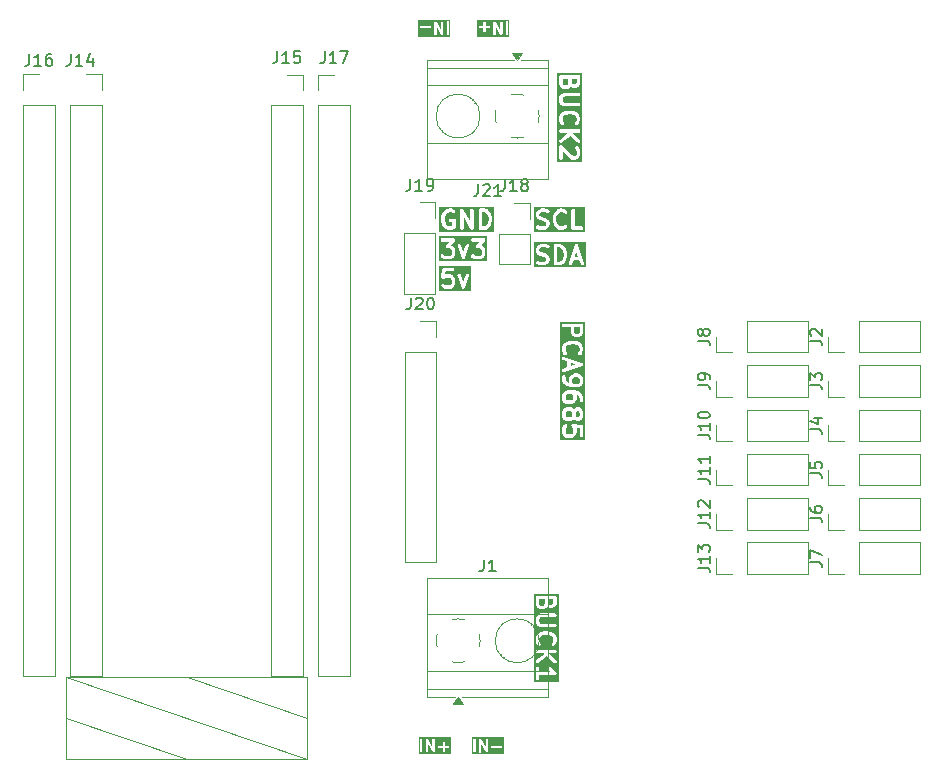
<source format=gbr>
%TF.GenerationSoftware,KiCad,Pcbnew,9.0.0*%
%TF.CreationDate,2025-03-26T16:22:17-04:00*%
%TF.ProjectId,spotmicro17mm,73706f74-6d69-4637-926f-31376d6d2e6b,rev?*%
%TF.SameCoordinates,Original*%
%TF.FileFunction,Legend,Top*%
%TF.FilePolarity,Positive*%
%FSLAX46Y46*%
G04 Gerber Fmt 4.6, Leading zero omitted, Abs format (unit mm)*
G04 Created by KiCad (PCBNEW 9.0.0) date 2025-03-26 16:22:17*
%MOMM*%
%LPD*%
G01*
G04 APERTURE LIST*
%ADD10C,0.100000*%
%ADD11C,0.300000*%
%ADD12C,0.200000*%
%ADD13C,0.150000*%
%ADD14C,0.120000*%
G04 APERTURE END LIST*
D10*
X89830000Y-113090000D02*
X110170000Y-120000000D01*
X100000000Y-113090000D02*
X110170000Y-116545000D01*
X89830000Y-116545000D02*
X100000000Y-120000000D01*
X89830000Y-113090000D02*
X110170000Y-113090000D01*
X110170000Y-120000000D01*
X89830000Y-120000000D01*
X89830000Y-113090000D01*
D11*
G36*
X131723482Y-76753361D02*
G01*
X131824089Y-76853968D01*
X131877268Y-76960327D01*
X131940224Y-77212148D01*
X131940224Y-77389507D01*
X131877268Y-77641328D01*
X131824089Y-77747688D01*
X131723483Y-77848294D01*
X131565881Y-77900828D01*
X131383081Y-77900828D01*
X131383081Y-76700828D01*
X131565884Y-76700828D01*
X131723482Y-76753361D01*
G37*
G36*
X133167826Y-77472257D02*
G01*
X132869767Y-77472257D01*
X133018796Y-77025169D01*
X133167826Y-77472257D01*
G37*
G36*
X133834286Y-78367495D02*
G01*
X129416415Y-78367495D01*
X129416415Y-76836542D01*
X129583082Y-76836542D01*
X129583082Y-76979400D01*
X129585964Y-77008664D01*
X129588026Y-77013642D01*
X129588408Y-77019018D01*
X129598918Y-77046482D01*
X129670346Y-77189339D01*
X129678274Y-77201934D01*
X129679790Y-77205593D01*
X129683169Y-77209710D01*
X129686011Y-77214225D01*
X129689005Y-77216821D01*
X129698445Y-77228324D01*
X129769874Y-77299752D01*
X129781374Y-77309190D01*
X129783971Y-77312184D01*
X129788483Y-77315024D01*
X129792604Y-77318406D01*
X129796263Y-77319921D01*
X129808857Y-77327849D01*
X129951713Y-77399278D01*
X129953855Y-77400097D01*
X129954725Y-77400742D01*
X129966996Y-77405126D01*
X129979177Y-77409787D01*
X129980257Y-77409863D01*
X129982416Y-77410635D01*
X130252154Y-77478069D01*
X130358513Y-77531248D01*
X130395517Y-77568253D01*
X130440225Y-77657667D01*
X130440225Y-77729703D01*
X130395517Y-77819117D01*
X130358514Y-77856121D01*
X130269101Y-77900828D01*
X129971711Y-77900828D01*
X129780516Y-77837097D01*
X129751842Y-77830577D01*
X129693462Y-77834727D01*
X129641115Y-77860901D01*
X129602767Y-77905115D01*
X129584259Y-77960640D01*
X129588409Y-78019020D01*
X129614583Y-78071367D01*
X129658797Y-78109715D01*
X129685648Y-78121703D01*
X129899934Y-78193131D01*
X129914446Y-78196430D01*
X129918104Y-78197946D01*
X129923406Y-78198468D01*
X129928608Y-78199651D01*
X129932562Y-78199369D01*
X129947368Y-78200828D01*
X130304510Y-78200828D01*
X130333774Y-78197946D01*
X130338752Y-78195883D01*
X130344128Y-78195502D01*
X130371591Y-78184992D01*
X130514450Y-78113564D01*
X130527044Y-78105635D01*
X130530704Y-78104120D01*
X130534824Y-78100738D01*
X130539335Y-78097899D01*
X130541929Y-78094907D01*
X130553435Y-78085465D01*
X130624863Y-78014036D01*
X130634301Y-78002535D01*
X130637295Y-77999939D01*
X130640135Y-77995426D01*
X130643517Y-77991306D01*
X130645032Y-77987646D01*
X130652960Y-77975053D01*
X130724389Y-77832197D01*
X130734898Y-77804733D01*
X130735279Y-77799358D01*
X130737343Y-77794378D01*
X130740225Y-77765114D01*
X130740225Y-77622257D01*
X130737343Y-77592993D01*
X130735279Y-77588012D01*
X130734898Y-77582638D01*
X130724389Y-77555174D01*
X130652960Y-77412318D01*
X130645032Y-77399724D01*
X130643517Y-77396065D01*
X130640135Y-77391944D01*
X130637295Y-77387432D01*
X130634301Y-77384835D01*
X130624863Y-77373335D01*
X130553435Y-77301906D01*
X130541932Y-77292466D01*
X130539336Y-77289472D01*
X130534821Y-77286630D01*
X130530704Y-77283251D01*
X130527045Y-77281735D01*
X130514450Y-77273807D01*
X130371592Y-77202378D01*
X130369451Y-77201558D01*
X130368581Y-77200914D01*
X130356325Y-77196535D01*
X130344129Y-77191868D01*
X130343045Y-77191791D01*
X130340890Y-77191021D01*
X130071152Y-77123586D01*
X129964792Y-77070406D01*
X129927787Y-77033401D01*
X129883082Y-76943990D01*
X129883082Y-76871951D01*
X129927787Y-76782540D01*
X129964792Y-76745535D01*
X130054206Y-76700828D01*
X130351599Y-76700828D01*
X130542790Y-76764559D01*
X130571464Y-76771079D01*
X130629844Y-76766930D01*
X130682191Y-76740756D01*
X130720539Y-76696542D01*
X130739047Y-76641018D01*
X130734898Y-76582638D01*
X130718993Y-76550828D01*
X131083081Y-76550828D01*
X131083081Y-78050828D01*
X131085963Y-78080092D01*
X131108361Y-78134164D01*
X131149745Y-78175548D01*
X131203817Y-78197946D01*
X131233081Y-78200828D01*
X131590224Y-78200828D01*
X131605029Y-78199369D01*
X131608984Y-78199651D01*
X131614185Y-78198468D01*
X131619488Y-78197946D01*
X131623145Y-78196430D01*
X131637658Y-78193131D01*
X131851944Y-78121703D01*
X131878795Y-78109715D01*
X131882866Y-78106183D01*
X131887846Y-78104121D01*
X131910576Y-78085466D01*
X131963975Y-78032067D01*
X132369974Y-78032067D01*
X132374123Y-78090448D01*
X132400297Y-78142795D01*
X132444511Y-78181142D01*
X132500035Y-78199650D01*
X132558416Y-78195501D01*
X132610763Y-78169327D01*
X132649110Y-78125113D01*
X132661098Y-78098262D01*
X132769767Y-77772257D01*
X133267826Y-77772257D01*
X133376494Y-78098262D01*
X133388482Y-78125113D01*
X133426829Y-78169328D01*
X133479177Y-78195501D01*
X133537557Y-78199651D01*
X133593081Y-78181142D01*
X133637295Y-78142795D01*
X133663469Y-78090448D01*
X133667619Y-78032068D01*
X133661099Y-78003394D01*
X133161098Y-76503394D01*
X133149110Y-76476543D01*
X133142087Y-76468446D01*
X133137295Y-76458861D01*
X133123086Y-76446537D01*
X133110763Y-76432329D01*
X133101177Y-76427536D01*
X133093081Y-76420514D01*
X133075237Y-76414565D01*
X133058416Y-76406155D01*
X133047727Y-76405395D01*
X133037557Y-76402005D01*
X133018791Y-76403338D01*
X133000035Y-76402006D01*
X132989867Y-76405395D01*
X132979177Y-76406155D01*
X132962353Y-76414566D01*
X132944511Y-76420514D01*
X132936416Y-76427534D01*
X132926829Y-76432328D01*
X132914503Y-76446539D01*
X132900297Y-76458861D01*
X132895504Y-76468445D01*
X132888482Y-76476543D01*
X132876494Y-76503394D01*
X132376494Y-78003394D01*
X132369974Y-78032067D01*
X131963975Y-78032067D01*
X132053433Y-77942608D01*
X132062871Y-77931106D01*
X132065866Y-77928510D01*
X132068706Y-77923996D01*
X132072088Y-77919877D01*
X132073603Y-77916217D01*
X132081531Y-77903624D01*
X132152960Y-77760768D01*
X132153779Y-77758625D01*
X132154424Y-77757756D01*
X132158808Y-77745484D01*
X132163469Y-77733304D01*
X132163545Y-77732223D01*
X132164317Y-77730065D01*
X132235745Y-77444351D01*
X132236494Y-77439279D01*
X132237342Y-77437235D01*
X132238427Y-77426212D01*
X132240047Y-77415262D01*
X132239721Y-77413074D01*
X132240224Y-77407971D01*
X132240224Y-77193685D01*
X132239721Y-77188581D01*
X132240047Y-77186394D01*
X132238427Y-77175443D01*
X132237342Y-77164421D01*
X132236494Y-77162376D01*
X132235745Y-77157305D01*
X132164317Y-76871591D01*
X132163545Y-76869432D01*
X132163469Y-76868352D01*
X132158808Y-76856171D01*
X132154424Y-76843900D01*
X132153779Y-76843030D01*
X132152960Y-76840888D01*
X132081531Y-76698032D01*
X132073604Y-76685440D01*
X132072088Y-76681778D01*
X132068704Y-76677655D01*
X132065866Y-76673146D01*
X132062873Y-76670550D01*
X132053433Y-76659048D01*
X131910576Y-76516191D01*
X131887845Y-76497536D01*
X131882865Y-76495473D01*
X131878795Y-76491943D01*
X131851944Y-76479954D01*
X131637658Y-76408526D01*
X131623150Y-76405227D01*
X131619488Y-76403710D01*
X131614179Y-76403187D01*
X131608985Y-76402006D01*
X131605035Y-76402286D01*
X131590224Y-76400828D01*
X131233081Y-76400828D01*
X131203817Y-76403710D01*
X131149745Y-76426108D01*
X131108361Y-76467492D01*
X131085963Y-76521564D01*
X131083081Y-76550828D01*
X130718993Y-76550828D01*
X130708724Y-76530290D01*
X130664510Y-76491943D01*
X130637659Y-76479954D01*
X130423373Y-76408526D01*
X130408865Y-76405227D01*
X130405203Y-76403710D01*
X130399894Y-76403187D01*
X130394700Y-76402006D01*
X130390750Y-76402286D01*
X130375939Y-76400828D01*
X130018796Y-76400828D01*
X129989532Y-76403710D01*
X129984551Y-76405773D01*
X129979177Y-76406155D01*
X129951713Y-76416664D01*
X129808857Y-76488093D01*
X129796263Y-76496020D01*
X129792604Y-76497536D01*
X129788483Y-76500917D01*
X129783971Y-76503758D01*
X129781374Y-76506751D01*
X129769874Y-76516190D01*
X129698445Y-76587618D01*
X129689005Y-76599120D01*
X129686011Y-76601717D01*
X129683169Y-76606231D01*
X129679790Y-76610349D01*
X129678274Y-76614007D01*
X129670346Y-76626603D01*
X129598918Y-76769460D01*
X129588408Y-76796924D01*
X129588026Y-76802299D01*
X129585964Y-76807278D01*
X129583082Y-76836542D01*
X129416415Y-76836542D01*
X129416415Y-76234161D01*
X133834286Y-76234161D01*
X133834286Y-78367495D01*
G37*
G36*
X132574601Y-90570643D02*
G01*
X132611606Y-90607648D01*
X132656314Y-90697062D01*
X132656314Y-90911956D01*
X132611607Y-91001370D01*
X132574603Y-91038373D01*
X132485190Y-91083081D01*
X132270295Y-91083081D01*
X132180882Y-91038374D01*
X132143878Y-91001370D01*
X132099171Y-90911956D01*
X132099171Y-90697062D01*
X132143878Y-90607647D01*
X132180882Y-90570643D01*
X132270295Y-90525938D01*
X132485190Y-90525938D01*
X132574601Y-90570643D01*
G37*
G36*
X133217458Y-90570643D02*
G01*
X133254463Y-90607648D01*
X133299171Y-90697062D01*
X133299171Y-90911956D01*
X133254464Y-91001370D01*
X133217460Y-91038373D01*
X133128047Y-91083081D01*
X133127438Y-91083081D01*
X133038024Y-91038373D01*
X133001020Y-91001370D01*
X132956314Y-90911957D01*
X132956314Y-90697061D01*
X133001019Y-90607649D01*
X133038024Y-90570644D01*
X133127438Y-90525938D01*
X133128047Y-90525938D01*
X133217458Y-90570643D01*
G37*
G36*
X132646030Y-89142072D02*
G01*
X132683035Y-89179077D01*
X132727742Y-89268490D01*
X132727742Y-89483385D01*
X132683036Y-89572797D01*
X132646032Y-89609802D01*
X132556618Y-89654510D01*
X132270295Y-89654510D01*
X132180882Y-89609803D01*
X132143878Y-89572799D01*
X132099171Y-89483385D01*
X132099171Y-89268491D01*
X132143878Y-89179076D01*
X132180882Y-89142072D01*
X132270295Y-89097367D01*
X132556618Y-89097367D01*
X132646030Y-89142072D01*
G37*
G36*
X133217458Y-87713501D02*
G01*
X133254463Y-87750506D01*
X133299171Y-87839920D01*
X133299171Y-88054814D01*
X133254464Y-88144228D01*
X133217460Y-88181231D01*
X133128047Y-88225939D01*
X132841724Y-88225939D01*
X132752310Y-88181231D01*
X132715306Y-88144228D01*
X132670600Y-88054815D01*
X132670600Y-87839919D01*
X132715305Y-87750507D01*
X132752310Y-87713502D01*
X132841724Y-87668796D01*
X133128047Y-87668796D01*
X133217458Y-87713501D01*
G37*
G36*
X132974828Y-86590225D02*
G01*
X132527742Y-86739254D01*
X132527742Y-86441195D01*
X132974828Y-86590225D01*
G37*
G36*
X133299171Y-83840528D02*
G01*
X133254463Y-83929942D01*
X133217458Y-83966947D01*
X133128047Y-84011653D01*
X132984581Y-84011653D01*
X132895167Y-83966946D01*
X132858162Y-83929941D01*
X132813457Y-83840529D01*
X132813457Y-83454510D01*
X133299171Y-83454510D01*
X133299171Y-83840528D01*
G37*
G36*
X133765838Y-92978319D02*
G01*
X131632504Y-92978319D01*
X131632504Y-92018795D01*
X131799171Y-92018795D01*
X131799171Y-92375937D01*
X131802053Y-92405201D01*
X131804114Y-92410178D01*
X131804497Y-92415556D01*
X131815007Y-92443019D01*
X131886436Y-92585877D01*
X131894363Y-92598470D01*
X131895879Y-92602130D01*
X131899260Y-92606249D01*
X131902101Y-92610763D01*
X131905094Y-92613359D01*
X131914534Y-92624861D01*
X131985962Y-92696289D01*
X131997464Y-92705729D01*
X132000060Y-92708722D01*
X132004569Y-92711560D01*
X132008692Y-92714944D01*
X132012354Y-92716460D01*
X132024946Y-92724387D01*
X132167802Y-92795816D01*
X132195266Y-92806325D01*
X132200640Y-92806706D01*
X132205621Y-92808770D01*
X132234885Y-92811652D01*
X132592028Y-92811652D01*
X132621292Y-92808770D01*
X132626272Y-92806706D01*
X132631647Y-92806325D01*
X132659110Y-92795816D01*
X132801967Y-92724387D01*
X132814562Y-92716458D01*
X132818219Y-92714944D01*
X132822336Y-92711564D01*
X132826853Y-92708722D01*
X132829450Y-92705727D01*
X132840950Y-92696290D01*
X132912379Y-92624862D01*
X132921818Y-92613359D01*
X132924814Y-92610762D01*
X132927655Y-92606247D01*
X132931034Y-92602131D01*
X132932549Y-92598472D01*
X132940478Y-92585876D01*
X133011907Y-92443018D01*
X133022416Y-92415555D01*
X133022797Y-92410179D01*
X133024860Y-92405201D01*
X133027742Y-92375937D01*
X133027742Y-92018795D01*
X133024860Y-91989531D01*
X133022797Y-91984552D01*
X133022761Y-91984044D01*
X133299171Y-92011685D01*
X133299171Y-92590223D01*
X133302053Y-92619487D01*
X133324451Y-92673559D01*
X133365835Y-92714943D01*
X133419907Y-92737341D01*
X133478435Y-92737341D01*
X133532507Y-92714943D01*
X133573891Y-92673559D01*
X133596289Y-92619487D01*
X133599171Y-92590223D01*
X133599171Y-91875937D01*
X133598104Y-91865110D01*
X133598470Y-91861457D01*
X133597393Y-91857889D01*
X133596289Y-91846673D01*
X133587895Y-91826410D01*
X133581564Y-91805425D01*
X133576782Y-91799580D01*
X133573891Y-91792601D01*
X133558385Y-91777095D01*
X133544503Y-91760128D01*
X133537847Y-91756557D01*
X133532507Y-91751217D01*
X133512249Y-91742825D01*
X133492928Y-91732461D01*
X133481880Y-91730246D01*
X133478435Y-91728819D01*
X133474761Y-91728819D01*
X133464096Y-91726681D01*
X132749810Y-91655253D01*
X132720405Y-91655209D01*
X132713174Y-91657391D01*
X132705621Y-91657391D01*
X132685361Y-91665782D01*
X132664373Y-91672116D01*
X132658528Y-91676897D01*
X132651549Y-91679789D01*
X132636045Y-91695293D01*
X132619076Y-91709177D01*
X132615504Y-91715833D01*
X132610164Y-91721175D01*
X132601774Y-91741429D01*
X132591409Y-91760752D01*
X132590657Y-91768269D01*
X132587767Y-91775247D01*
X132587767Y-91797170D01*
X132585585Y-91818989D01*
X132587767Y-91826220D01*
X132587767Y-91833773D01*
X132596158Y-91854032D01*
X132602492Y-91875021D01*
X132607273Y-91880865D01*
X132610165Y-91887845D01*
X132628820Y-91910576D01*
X132683036Y-91964792D01*
X132727742Y-92054204D01*
X132727742Y-92340527D01*
X132683036Y-92429939D01*
X132646032Y-92466944D01*
X132556618Y-92511652D01*
X132270295Y-92511652D01*
X132180882Y-92466945D01*
X132143878Y-92429941D01*
X132099171Y-92340527D01*
X132099171Y-92054205D01*
X132143878Y-91964791D01*
X132198094Y-91910575D01*
X132216749Y-91887845D01*
X132239145Y-91833772D01*
X132239145Y-91775246D01*
X132216749Y-91721174D01*
X132175363Y-91679788D01*
X132121291Y-91657392D01*
X132062765Y-91657392D01*
X132008692Y-91679788D01*
X131985962Y-91698443D01*
X131914534Y-91769871D01*
X131905094Y-91781372D01*
X131902101Y-91783969D01*
X131899260Y-91788482D01*
X131895879Y-91792602D01*
X131894363Y-91796261D01*
X131886436Y-91808855D01*
X131815007Y-91951713D01*
X131804497Y-91979176D01*
X131804114Y-91984553D01*
X131802053Y-91989531D01*
X131799171Y-92018795D01*
X131632504Y-92018795D01*
X131632504Y-90661652D01*
X131799171Y-90661652D01*
X131799171Y-90947366D01*
X131802053Y-90976630D01*
X131804114Y-90981607D01*
X131804497Y-90986985D01*
X131815007Y-91014448D01*
X131886436Y-91157306D01*
X131894363Y-91169899D01*
X131895879Y-91173559D01*
X131899260Y-91177678D01*
X131902101Y-91182192D01*
X131905094Y-91184788D01*
X131914534Y-91196290D01*
X131985962Y-91267718D01*
X131997464Y-91277158D01*
X132000060Y-91280151D01*
X132004569Y-91282989D01*
X132008692Y-91286373D01*
X132012354Y-91287889D01*
X132024946Y-91295816D01*
X132167802Y-91367245D01*
X132195266Y-91377754D01*
X132200640Y-91378135D01*
X132205621Y-91380199D01*
X132234885Y-91383081D01*
X132520600Y-91383081D01*
X132549864Y-91380199D01*
X132554844Y-91378135D01*
X132560219Y-91377754D01*
X132587682Y-91367245D01*
X132730539Y-91295816D01*
X132743132Y-91287888D01*
X132746792Y-91286373D01*
X132750911Y-91282991D01*
X132755425Y-91280151D01*
X132758021Y-91277157D01*
X132769523Y-91267718D01*
X132806313Y-91230927D01*
X132843106Y-91267719D01*
X132854606Y-91277157D01*
X132857203Y-91280151D01*
X132861715Y-91282991D01*
X132865836Y-91286373D01*
X132869495Y-91287888D01*
X132882089Y-91295816D01*
X133024945Y-91367245D01*
X133052409Y-91377754D01*
X133057783Y-91378135D01*
X133062764Y-91380199D01*
X133092028Y-91383081D01*
X133163457Y-91383081D01*
X133192721Y-91380199D01*
X133197701Y-91378135D01*
X133203076Y-91377754D01*
X133230539Y-91367245D01*
X133373396Y-91295816D01*
X133385989Y-91287888D01*
X133389649Y-91286373D01*
X133393768Y-91282991D01*
X133398282Y-91280151D01*
X133400878Y-91277157D01*
X133412380Y-91267718D01*
X133483808Y-91196290D01*
X133493248Y-91184787D01*
X133496241Y-91182192D01*
X133499079Y-91177682D01*
X133502463Y-91173560D01*
X133503979Y-91169897D01*
X133511906Y-91157306D01*
X133583335Y-91014448D01*
X133593845Y-90986985D01*
X133594227Y-90981607D01*
X133596289Y-90976630D01*
X133599171Y-90947366D01*
X133599171Y-90661652D01*
X133596289Y-90632388D01*
X133594225Y-90627407D01*
X133593844Y-90622033D01*
X133583335Y-90594569D01*
X133511906Y-90451713D01*
X133503978Y-90439119D01*
X133502463Y-90435460D01*
X133499081Y-90431339D01*
X133496241Y-90426827D01*
X133493247Y-90424230D01*
X133483809Y-90412730D01*
X133412381Y-90341301D01*
X133400878Y-90331861D01*
X133398282Y-90328867D01*
X133393767Y-90326025D01*
X133389650Y-90322646D01*
X133385991Y-90321130D01*
X133373396Y-90313202D01*
X133230539Y-90241774D01*
X133203075Y-90231264D01*
X133197699Y-90230882D01*
X133192721Y-90228820D01*
X133163457Y-90225938D01*
X133092028Y-90225938D01*
X133062764Y-90228820D01*
X133057785Y-90230882D01*
X133052410Y-90231264D01*
X133024947Y-90241774D01*
X132882089Y-90313202D01*
X132869497Y-90321128D01*
X132865836Y-90322645D01*
X132861713Y-90326028D01*
X132857204Y-90328867D01*
X132854609Y-90331858D01*
X132843105Y-90341300D01*
X132806313Y-90378091D01*
X132769524Y-90341301D01*
X132758021Y-90331861D01*
X132755425Y-90328867D01*
X132750910Y-90326025D01*
X132746793Y-90322646D01*
X132743134Y-90321130D01*
X132730539Y-90313202D01*
X132587682Y-90241774D01*
X132560218Y-90231264D01*
X132554842Y-90230882D01*
X132549864Y-90228820D01*
X132520600Y-90225938D01*
X132234885Y-90225938D01*
X132205621Y-90228820D01*
X132200642Y-90230882D01*
X132195267Y-90231264D01*
X132167804Y-90241774D01*
X132024946Y-90313202D01*
X132012351Y-90321130D01*
X132008692Y-90322646D01*
X132004571Y-90326027D01*
X132000061Y-90328867D01*
X131997466Y-90331858D01*
X131985961Y-90341301D01*
X131914533Y-90412730D01*
X131905095Y-90424229D01*
X131902101Y-90426827D01*
X131899258Y-90431343D01*
X131895879Y-90435461D01*
X131894364Y-90439117D01*
X131886436Y-90451713D01*
X131815007Y-90594570D01*
X131804498Y-90622033D01*
X131804116Y-90627407D01*
X131802053Y-90632388D01*
X131799171Y-90661652D01*
X131632504Y-90661652D01*
X131632504Y-89233081D01*
X131799171Y-89233081D01*
X131799171Y-89518795D01*
X131802053Y-89548059D01*
X131804114Y-89553036D01*
X131804497Y-89558414D01*
X131815007Y-89585877D01*
X131886436Y-89728735D01*
X131894363Y-89741328D01*
X131895879Y-89744988D01*
X131899260Y-89749107D01*
X131902101Y-89753621D01*
X131905094Y-89756217D01*
X131914534Y-89767719D01*
X131985962Y-89839147D01*
X131997464Y-89848587D01*
X132000060Y-89851580D01*
X132004569Y-89854418D01*
X132008692Y-89857802D01*
X132012354Y-89859318D01*
X132024946Y-89867245D01*
X132167802Y-89938674D01*
X132195266Y-89949183D01*
X132200640Y-89949564D01*
X132205621Y-89951628D01*
X132234885Y-89954510D01*
X132592028Y-89954510D01*
X132621292Y-89951628D01*
X132626272Y-89949564D01*
X132631647Y-89949183D01*
X132659110Y-89938674D01*
X132801967Y-89867245D01*
X132814562Y-89859316D01*
X132818219Y-89857802D01*
X132822336Y-89854422D01*
X132826853Y-89851580D01*
X132829450Y-89848585D01*
X132840950Y-89839148D01*
X132912379Y-89767720D01*
X132921818Y-89756217D01*
X132924814Y-89753620D01*
X132927655Y-89749105D01*
X132931034Y-89744989D01*
X132932549Y-89741330D01*
X132940478Y-89728734D01*
X133011907Y-89585876D01*
X133022416Y-89558413D01*
X133022797Y-89553037D01*
X133024860Y-89548059D01*
X133027742Y-89518795D01*
X133027742Y-89233081D01*
X133024860Y-89203817D01*
X133022797Y-89198838D01*
X133022416Y-89193463D01*
X133011906Y-89166000D01*
X133004695Y-89151577D01*
X133030441Y-89158014D01*
X133210748Y-89278219D01*
X133254464Y-89321935D01*
X133299171Y-89411348D01*
X133299171Y-89661653D01*
X133302053Y-89690917D01*
X133324451Y-89744989D01*
X133365835Y-89786373D01*
X133419907Y-89808771D01*
X133478435Y-89808771D01*
X133532507Y-89786373D01*
X133573891Y-89744989D01*
X133596289Y-89690917D01*
X133599171Y-89661653D01*
X133599171Y-89375938D01*
X133596289Y-89346674D01*
X133594225Y-89341693D01*
X133593844Y-89336319D01*
X133583335Y-89308855D01*
X133511906Y-89165999D01*
X133503979Y-89153407D01*
X133502463Y-89149745D01*
X133499079Y-89145622D01*
X133496241Y-89141113D01*
X133493248Y-89138517D01*
X133483808Y-89127015D01*
X133412380Y-89055587D01*
X133412300Y-89055522D01*
X133412270Y-89055476D01*
X133400884Y-89046153D01*
X133389649Y-89036932D01*
X133389598Y-89036911D01*
X133389519Y-89036846D01*
X133175233Y-88893988D01*
X133159077Y-88885373D01*
X133156099Y-88883167D01*
X133152582Y-88881910D01*
X133149286Y-88880153D01*
X133145648Y-88879433D01*
X133128408Y-88873274D01*
X132842694Y-88801846D01*
X132837622Y-88801096D01*
X132835578Y-88800249D01*
X132824555Y-88799163D01*
X132813605Y-88797544D01*
X132811417Y-88797869D01*
X132806314Y-88797367D01*
X132234885Y-88797367D01*
X132205621Y-88800249D01*
X132200642Y-88802311D01*
X132195267Y-88802693D01*
X132167804Y-88813203D01*
X132024946Y-88884631D01*
X132012351Y-88892559D01*
X132008692Y-88894075D01*
X132004571Y-88897456D01*
X132000061Y-88900296D01*
X131997466Y-88903287D01*
X131985961Y-88912730D01*
X131914533Y-88984159D01*
X131905095Y-88995658D01*
X131902101Y-88998256D01*
X131899258Y-89002772D01*
X131895879Y-89006890D01*
X131894364Y-89010546D01*
X131886436Y-89023142D01*
X131815007Y-89165999D01*
X131804498Y-89193462D01*
X131804116Y-89198836D01*
X131802053Y-89203817D01*
X131799171Y-89233081D01*
X131632504Y-89233081D01*
X131632504Y-87661653D01*
X131799171Y-87661653D01*
X131799171Y-87947367D01*
X131802053Y-87976631D01*
X131804116Y-87981611D01*
X131804498Y-87986986D01*
X131815007Y-88014449D01*
X131886436Y-88157306D01*
X131894364Y-88169901D01*
X131895879Y-88173558D01*
X131899258Y-88177675D01*
X131902101Y-88182192D01*
X131905095Y-88184789D01*
X131914533Y-88196289D01*
X131985961Y-88267718D01*
X131986043Y-88267785D01*
X131986073Y-88267830D01*
X131997612Y-88277280D01*
X132008692Y-88286373D01*
X132008739Y-88286392D01*
X132008823Y-88286461D01*
X132223109Y-88429318D01*
X132239264Y-88437931D01*
X132242242Y-88440138D01*
X132245758Y-88441394D01*
X132249057Y-88443153D01*
X132252695Y-88443872D01*
X132269933Y-88450031D01*
X132555647Y-88521460D01*
X132560719Y-88522210D01*
X132562764Y-88523057D01*
X132573783Y-88524142D01*
X132584736Y-88525762D01*
X132586924Y-88525436D01*
X132592028Y-88525939D01*
X133163457Y-88525939D01*
X133192721Y-88523057D01*
X133197701Y-88520993D01*
X133203076Y-88520612D01*
X133230539Y-88510103D01*
X133373396Y-88438674D01*
X133385989Y-88430746D01*
X133389649Y-88429231D01*
X133393768Y-88425849D01*
X133398282Y-88423009D01*
X133400878Y-88420015D01*
X133412380Y-88410576D01*
X133483808Y-88339148D01*
X133493248Y-88327645D01*
X133496241Y-88325050D01*
X133499079Y-88320540D01*
X133502463Y-88316418D01*
X133503979Y-88312755D01*
X133511906Y-88300164D01*
X133583335Y-88157306D01*
X133593845Y-88129843D01*
X133594227Y-88124465D01*
X133596289Y-88119488D01*
X133599171Y-88090224D01*
X133599171Y-87804510D01*
X133596289Y-87775246D01*
X133594225Y-87770265D01*
X133593844Y-87764891D01*
X133583335Y-87737427D01*
X133511906Y-87594571D01*
X133503978Y-87581977D01*
X133502463Y-87578318D01*
X133499081Y-87574197D01*
X133496241Y-87569685D01*
X133493247Y-87567088D01*
X133483809Y-87555588D01*
X133412381Y-87484159D01*
X133400878Y-87474719D01*
X133398282Y-87471725D01*
X133393767Y-87468883D01*
X133389650Y-87465504D01*
X133385991Y-87463988D01*
X133373396Y-87456060D01*
X133230539Y-87384632D01*
X133203075Y-87374122D01*
X133197699Y-87373740D01*
X133192721Y-87371678D01*
X133163457Y-87368796D01*
X132806314Y-87368796D01*
X132777050Y-87371678D01*
X132772071Y-87373740D01*
X132766696Y-87374122D01*
X132739233Y-87384632D01*
X132596375Y-87456060D01*
X132583783Y-87463986D01*
X132580122Y-87465503D01*
X132575999Y-87468886D01*
X132571490Y-87471725D01*
X132568895Y-87474716D01*
X132557391Y-87484158D01*
X132485962Y-87555587D01*
X132476522Y-87567088D01*
X132473529Y-87569685D01*
X132470688Y-87574198D01*
X132467307Y-87578318D01*
X132465791Y-87581977D01*
X132457864Y-87594571D01*
X132386436Y-87737428D01*
X132375926Y-87764892D01*
X132375544Y-87770267D01*
X132373482Y-87775246D01*
X132370600Y-87804510D01*
X132370600Y-88090224D01*
X132373482Y-88119488D01*
X132375544Y-88124466D01*
X132375926Y-88129842D01*
X132386436Y-88157305D01*
X132393646Y-88171727D01*
X132367900Y-88165290D01*
X132187590Y-88045083D01*
X132143878Y-88001371D01*
X132099171Y-87911956D01*
X132099171Y-87661653D01*
X132096289Y-87632389D01*
X132073891Y-87578317D01*
X132032507Y-87536933D01*
X131978435Y-87514535D01*
X131919907Y-87514535D01*
X131865835Y-87536933D01*
X131824451Y-87578317D01*
X131802053Y-87632389D01*
X131799171Y-87661653D01*
X131632504Y-87661653D01*
X131632504Y-86071464D01*
X131800349Y-86071464D01*
X131804498Y-86129845D01*
X131830672Y-86182192D01*
X131874886Y-86220539D01*
X131901737Y-86232527D01*
X132227742Y-86341195D01*
X132227742Y-86839254D01*
X131901737Y-86947923D01*
X131874886Y-86959911D01*
X131830672Y-86998258D01*
X131804498Y-87050605D01*
X131800349Y-87108986D01*
X131818857Y-87164510D01*
X131857204Y-87208724D01*
X131909551Y-87234898D01*
X131967932Y-87239047D01*
X131996605Y-87232527D01*
X133496605Y-86732527D01*
X133523456Y-86720539D01*
X133531553Y-86713516D01*
X133541138Y-86708724D01*
X133553459Y-86694517D01*
X133567671Y-86682192D01*
X133572464Y-86672604D01*
X133579485Y-86664510D01*
X133585433Y-86646665D01*
X133593844Y-86629844D01*
X133594603Y-86619156D01*
X133597994Y-86608986D01*
X133596660Y-86590225D01*
X133597994Y-86571464D01*
X133594603Y-86561293D01*
X133593844Y-86550606D01*
X133585433Y-86533784D01*
X133579485Y-86515940D01*
X133572464Y-86507845D01*
X133567671Y-86498258D01*
X133553459Y-86485932D01*
X133541138Y-86471726D01*
X133531553Y-86466933D01*
X133523456Y-86459911D01*
X133496605Y-86447923D01*
X131996605Y-85947923D01*
X131967932Y-85941403D01*
X131909551Y-85945552D01*
X131857204Y-85971726D01*
X131818857Y-86015940D01*
X131800349Y-86071464D01*
X131632504Y-86071464D01*
X131632504Y-85233082D01*
X131799171Y-85233082D01*
X131799171Y-85375939D01*
X131800629Y-85390750D01*
X131800349Y-85394700D01*
X131801530Y-85399894D01*
X131802053Y-85405203D01*
X131803570Y-85408865D01*
X131806869Y-85423373D01*
X131878297Y-85637659D01*
X131890286Y-85664510D01*
X131893816Y-85668580D01*
X131895879Y-85673560D01*
X131914534Y-85696291D01*
X131985962Y-85767719D01*
X132008692Y-85786374D01*
X132062765Y-85808770D01*
X132121291Y-85808770D01*
X132175363Y-85786374D01*
X132216749Y-85744988D01*
X132239145Y-85690916D01*
X132239145Y-85632390D01*
X132216749Y-85578317D01*
X132198094Y-85555587D01*
X132151704Y-85509197D01*
X132099171Y-85351598D01*
X132099171Y-85257422D01*
X132151704Y-85099823D01*
X132252311Y-84999216D01*
X132358670Y-84946037D01*
X132610492Y-84883082D01*
X132787850Y-84883082D01*
X133039671Y-84946036D01*
X133146031Y-84999217D01*
X133246637Y-85099823D01*
X133299171Y-85257424D01*
X133299171Y-85351596D01*
X133246637Y-85509197D01*
X133200248Y-85555587D01*
X133181593Y-85578318D01*
X133159196Y-85632390D01*
X133159196Y-85690916D01*
X133181593Y-85744988D01*
X133222979Y-85786374D01*
X133277051Y-85808771D01*
X133335577Y-85808771D01*
X133389649Y-85786374D01*
X133412380Y-85767719D01*
X133483808Y-85696291D01*
X133502463Y-85673561D01*
X133504526Y-85668580D01*
X133508056Y-85664510D01*
X133520044Y-85637659D01*
X133591473Y-85423374D01*
X133594772Y-85408864D01*
X133596289Y-85405203D01*
X133596811Y-85399894D01*
X133597993Y-85394700D01*
X133597712Y-85390750D01*
X133599171Y-85375939D01*
X133599171Y-85233082D01*
X133597712Y-85218270D01*
X133597993Y-85214321D01*
X133596811Y-85209126D01*
X133596289Y-85203818D01*
X133594772Y-85200156D01*
X133591473Y-85185647D01*
X133520044Y-84971362D01*
X133508056Y-84944511D01*
X133504526Y-84940441D01*
X133502463Y-84935460D01*
X133483808Y-84912730D01*
X133340951Y-84769873D01*
X133329449Y-84760433D01*
X133326853Y-84757440D01*
X133322339Y-84754599D01*
X133318220Y-84751218D01*
X133314560Y-84749702D01*
X133301967Y-84741775D01*
X133159110Y-84670346D01*
X133156969Y-84669526D01*
X133156099Y-84668882D01*
X133143821Y-84664495D01*
X133131647Y-84659837D01*
X133130566Y-84659760D01*
X133128408Y-84658989D01*
X132842694Y-84587561D01*
X132837622Y-84586811D01*
X132835578Y-84585964D01*
X132824555Y-84584878D01*
X132813605Y-84583259D01*
X132811417Y-84583584D01*
X132806314Y-84583082D01*
X132592028Y-84583082D01*
X132586924Y-84583584D01*
X132584737Y-84583259D01*
X132573786Y-84584878D01*
X132562764Y-84585964D01*
X132560719Y-84586811D01*
X132555648Y-84587561D01*
X132269934Y-84658989D01*
X132267775Y-84659760D01*
X132266695Y-84659837D01*
X132254514Y-84664497D01*
X132242243Y-84668882D01*
X132241373Y-84669526D01*
X132239231Y-84670346D01*
X132096375Y-84741775D01*
X132083783Y-84749701D01*
X132080121Y-84751218D01*
X132075998Y-84754601D01*
X132071489Y-84757440D01*
X132068893Y-84760432D01*
X132057391Y-84769873D01*
X131914534Y-84912730D01*
X131895879Y-84935461D01*
X131893816Y-84940440D01*
X131890286Y-84944511D01*
X131878297Y-84971362D01*
X131806869Y-85185648D01*
X131803570Y-85200155D01*
X131802053Y-85203818D01*
X131801530Y-85209126D01*
X131800349Y-85214321D01*
X131800629Y-85218270D01*
X131799171Y-85233082D01*
X131632504Y-85233082D01*
X131632504Y-83275246D01*
X131802053Y-83275246D01*
X131802053Y-83333774D01*
X131824451Y-83387846D01*
X131865835Y-83429230D01*
X131919907Y-83451628D01*
X131949171Y-83454510D01*
X132513457Y-83454510D01*
X132513457Y-83875939D01*
X132516339Y-83905203D01*
X132518401Y-83910181D01*
X132518783Y-83915557D01*
X132529293Y-83943021D01*
X132600721Y-84085878D01*
X132608648Y-84098471D01*
X132610164Y-84102131D01*
X132613545Y-84106250D01*
X132616386Y-84110764D01*
X132619379Y-84113360D01*
X132628819Y-84124862D01*
X132700248Y-84196291D01*
X132711752Y-84205732D01*
X132714347Y-84208724D01*
X132718856Y-84211562D01*
X132722979Y-84214946D01*
X132726640Y-84216462D01*
X132739232Y-84224389D01*
X132882090Y-84295817D01*
X132909553Y-84306327D01*
X132914928Y-84306708D01*
X132919907Y-84308771D01*
X132949171Y-84311653D01*
X133163457Y-84311653D01*
X133192721Y-84308771D01*
X133197699Y-84306708D01*
X133203075Y-84306327D01*
X133230539Y-84295817D01*
X133373396Y-84224389D01*
X133385991Y-84216460D01*
X133389650Y-84214945D01*
X133393767Y-84211565D01*
X133398282Y-84208724D01*
X133400878Y-84205729D01*
X133412381Y-84196290D01*
X133483809Y-84124861D01*
X133493247Y-84113360D01*
X133496241Y-84110764D01*
X133499081Y-84106251D01*
X133502463Y-84102131D01*
X133503978Y-84098471D01*
X133511906Y-84085878D01*
X133583335Y-83943022D01*
X133593844Y-83915558D01*
X133594225Y-83910183D01*
X133596289Y-83905203D01*
X133599171Y-83875939D01*
X133599171Y-83304510D01*
X133596289Y-83275246D01*
X133573891Y-83221174D01*
X133532507Y-83179790D01*
X133478435Y-83157392D01*
X133449171Y-83154510D01*
X131949171Y-83154510D01*
X131919907Y-83157392D01*
X131865835Y-83179790D01*
X131824451Y-83221174D01*
X131802053Y-83275246D01*
X131632504Y-83275246D01*
X131632504Y-82987843D01*
X133765838Y-82987843D01*
X133765838Y-92978319D01*
G37*
D12*
G36*
X122364577Y-119578086D02*
G01*
X119658562Y-119578086D01*
X119658562Y-118367219D01*
X119769673Y-118367219D01*
X119769673Y-119367219D01*
X119771594Y-119386728D01*
X119786526Y-119422776D01*
X119814116Y-119450366D01*
X119850164Y-119465298D01*
X119889182Y-119465298D01*
X119925230Y-119450366D01*
X119952820Y-119422776D01*
X119967752Y-119386728D01*
X119969673Y-119367219D01*
X119969673Y-118367219D01*
X120245863Y-118367219D01*
X120245863Y-119367219D01*
X120247784Y-119386728D01*
X120262716Y-119422776D01*
X120290306Y-119450366D01*
X120326354Y-119465298D01*
X120365372Y-119465298D01*
X120401420Y-119450366D01*
X120429010Y-119422776D01*
X120443942Y-119386728D01*
X120445863Y-119367219D01*
X120445863Y-118743775D01*
X120830467Y-119416833D01*
X120833385Y-119420943D01*
X120834144Y-119422776D01*
X120836010Y-119424642D01*
X120841814Y-119432818D01*
X120852330Y-119440962D01*
X120861734Y-119450366D01*
X120867621Y-119452804D01*
X120872663Y-119456709D01*
X120885495Y-119460208D01*
X120897782Y-119465298D01*
X120904158Y-119465298D01*
X120910307Y-119466975D01*
X120923500Y-119465298D01*
X120936800Y-119465298D01*
X120942688Y-119462858D01*
X120949013Y-119462055D01*
X120960562Y-119455454D01*
X120972848Y-119450366D01*
X120977355Y-119445858D01*
X120982890Y-119442696D01*
X120991034Y-119432179D01*
X121000438Y-119422776D01*
X121002876Y-119416888D01*
X121006781Y-119411847D01*
X121010280Y-119399014D01*
X121015370Y-119386728D01*
X121016352Y-119376750D01*
X121017047Y-119374204D01*
X121016796Y-119372236D01*
X121017291Y-119367219D01*
X121017291Y-118966757D01*
X121295403Y-118966757D01*
X121295403Y-119005775D01*
X121310335Y-119041823D01*
X121337925Y-119069413D01*
X121373973Y-119084345D01*
X121393482Y-119086266D01*
X121674434Y-119086266D01*
X121674434Y-119367219D01*
X121676355Y-119386728D01*
X121691287Y-119422776D01*
X121718877Y-119450366D01*
X121754925Y-119465298D01*
X121793943Y-119465298D01*
X121829991Y-119450366D01*
X121857581Y-119422776D01*
X121872513Y-119386728D01*
X121874434Y-119367219D01*
X121874434Y-119086266D01*
X122155387Y-119086266D01*
X122174896Y-119084345D01*
X122210944Y-119069413D01*
X122238534Y-119041823D01*
X122253466Y-119005775D01*
X122253466Y-118966757D01*
X122238534Y-118930709D01*
X122210944Y-118903119D01*
X122174896Y-118888187D01*
X122155387Y-118886266D01*
X121874434Y-118886266D01*
X121874434Y-118605314D01*
X121872513Y-118585805D01*
X121857581Y-118549757D01*
X121829991Y-118522167D01*
X121793943Y-118507235D01*
X121754925Y-118507235D01*
X121718877Y-118522167D01*
X121691287Y-118549757D01*
X121676355Y-118585805D01*
X121674434Y-118605314D01*
X121674434Y-118886266D01*
X121393482Y-118886266D01*
X121373973Y-118888187D01*
X121337925Y-118903119D01*
X121310335Y-118930709D01*
X121295403Y-118966757D01*
X121017291Y-118966757D01*
X121017291Y-118367219D01*
X121015370Y-118347710D01*
X121000438Y-118311662D01*
X120972848Y-118284072D01*
X120936800Y-118269140D01*
X120897782Y-118269140D01*
X120861734Y-118284072D01*
X120834144Y-118311662D01*
X120819212Y-118347710D01*
X120817291Y-118367219D01*
X120817291Y-118990662D01*
X120432687Y-118317605D01*
X120429768Y-118313494D01*
X120429010Y-118311662D01*
X120427143Y-118309795D01*
X120421340Y-118301620D01*
X120410825Y-118293477D01*
X120401420Y-118284072D01*
X120395529Y-118281632D01*
X120390491Y-118277730D01*
X120377662Y-118274231D01*
X120365372Y-118269140D01*
X120358997Y-118269140D01*
X120352848Y-118267463D01*
X120339655Y-118269140D01*
X120326354Y-118269140D01*
X120320465Y-118271579D01*
X120314141Y-118272383D01*
X120302591Y-118278983D01*
X120290306Y-118284072D01*
X120285798Y-118288579D01*
X120280264Y-118291742D01*
X120272121Y-118302256D01*
X120262716Y-118311662D01*
X120260276Y-118317552D01*
X120256374Y-118322591D01*
X120252875Y-118335419D01*
X120247784Y-118347710D01*
X120246801Y-118357687D01*
X120246107Y-118360234D01*
X120246357Y-118362201D01*
X120245863Y-118367219D01*
X119969673Y-118367219D01*
X119967752Y-118347710D01*
X119952820Y-118311662D01*
X119925230Y-118284072D01*
X119889182Y-118269140D01*
X119850164Y-118269140D01*
X119814116Y-118284072D01*
X119786526Y-118311662D01*
X119771594Y-118347710D01*
X119769673Y-118367219D01*
X119658562Y-118367219D01*
X119658562Y-118156352D01*
X122364577Y-118156352D01*
X122364577Y-119578086D01*
G37*
D11*
G36*
X125366340Y-73753361D02*
G01*
X125466947Y-73853968D01*
X125520126Y-73960327D01*
X125583082Y-74212148D01*
X125583082Y-74389507D01*
X125520126Y-74641328D01*
X125466947Y-74747688D01*
X125366341Y-74848294D01*
X125208739Y-74900828D01*
X125025939Y-74900828D01*
X125025939Y-73700828D01*
X125208742Y-73700828D01*
X125366340Y-73753361D01*
G37*
G36*
X126049749Y-75367495D02*
G01*
X121416415Y-75367495D01*
X121416415Y-74193685D01*
X121583082Y-74193685D01*
X121583082Y-74407971D01*
X121583584Y-74413074D01*
X121583259Y-74415262D01*
X121584878Y-74426212D01*
X121585964Y-74437235D01*
X121586811Y-74439279D01*
X121587561Y-74444351D01*
X121658989Y-74730065D01*
X121659760Y-74732223D01*
X121659837Y-74733304D01*
X121664495Y-74745478D01*
X121668882Y-74757756D01*
X121669526Y-74758626D01*
X121670346Y-74760767D01*
X121741775Y-74903624D01*
X121749702Y-74916217D01*
X121751218Y-74919877D01*
X121754599Y-74923996D01*
X121757440Y-74928510D01*
X121760433Y-74931106D01*
X121769873Y-74942608D01*
X121912730Y-75085466D01*
X121935460Y-75104121D01*
X121940439Y-75106183D01*
X121944511Y-75109715D01*
X121971362Y-75121703D01*
X122185648Y-75193131D01*
X122200160Y-75196430D01*
X122203818Y-75197946D01*
X122209120Y-75198468D01*
X122214322Y-75199651D01*
X122218276Y-75199369D01*
X122233082Y-75200828D01*
X122375939Y-75200828D01*
X122390744Y-75199369D01*
X122394699Y-75199651D01*
X122399900Y-75198468D01*
X122405203Y-75197946D01*
X122408860Y-75196430D01*
X122423373Y-75193131D01*
X122637659Y-75121703D01*
X122664510Y-75109715D01*
X122668583Y-75106181D01*
X122673561Y-75104120D01*
X122696292Y-75085465D01*
X122767720Y-75014036D01*
X122786374Y-74991306D01*
X122806545Y-74942608D01*
X122808771Y-74937235D01*
X122811653Y-74907971D01*
X122811653Y-74407971D01*
X122808771Y-74378707D01*
X122786373Y-74324635D01*
X122744989Y-74283251D01*
X122690917Y-74260853D01*
X122661653Y-74257971D01*
X122375939Y-74257971D01*
X122346675Y-74260853D01*
X122292603Y-74283251D01*
X122251219Y-74324635D01*
X122228821Y-74378707D01*
X122228821Y-74437235D01*
X122251219Y-74491307D01*
X122292603Y-74532691D01*
X122346675Y-74555089D01*
X122375939Y-74557971D01*
X122511653Y-74557971D01*
X122511653Y-74845839D01*
X122509198Y-74848294D01*
X122351596Y-74900828D01*
X122257425Y-74900828D01*
X122099822Y-74848294D01*
X121999217Y-74747688D01*
X121946036Y-74641328D01*
X121883082Y-74389507D01*
X121883082Y-74212148D01*
X121946036Y-73960327D01*
X121999217Y-73853967D01*
X122099823Y-73753361D01*
X122257425Y-73700828D01*
X122411958Y-73700828D01*
X122523142Y-73756421D01*
X122550606Y-73766930D01*
X122608986Y-73771079D01*
X122664508Y-73752572D01*
X122708724Y-73714225D01*
X122734898Y-73661876D01*
X122739047Y-73603496D01*
X122721491Y-73550828D01*
X123154510Y-73550828D01*
X123154510Y-75050828D01*
X123157392Y-75080092D01*
X123179790Y-75134164D01*
X123221174Y-75175548D01*
X123275246Y-75197946D01*
X123333774Y-75197946D01*
X123387846Y-75175548D01*
X123429230Y-75134164D01*
X123451628Y-75080092D01*
X123454510Y-75050828D01*
X123454510Y-74115661D01*
X124031417Y-75125249D01*
X124035794Y-75131416D01*
X124036933Y-75134164D01*
X124039732Y-75136963D01*
X124048438Y-75149227D01*
X124064211Y-75161442D01*
X124078317Y-75175548D01*
X124087150Y-75179206D01*
X124094712Y-75185063D01*
X124113960Y-75190312D01*
X124132389Y-75197946D01*
X124141951Y-75197946D01*
X124151176Y-75200462D01*
X124170967Y-75197946D01*
X124190917Y-75197946D01*
X124199750Y-75194286D01*
X124209236Y-75193081D01*
X124226558Y-75183182D01*
X124244989Y-75175548D01*
X124251749Y-75168787D01*
X124260052Y-75164043D01*
X124272265Y-75148271D01*
X124286373Y-75134164D01*
X124290032Y-75125328D01*
X124295887Y-75117769D01*
X124301135Y-75098524D01*
X124308771Y-75080092D01*
X124310244Y-75065127D01*
X124311287Y-75061306D01*
X124310911Y-75058354D01*
X124311653Y-75050828D01*
X124311653Y-73550828D01*
X124725939Y-73550828D01*
X124725939Y-75050828D01*
X124728821Y-75080092D01*
X124751219Y-75134164D01*
X124792603Y-75175548D01*
X124846675Y-75197946D01*
X124875939Y-75200828D01*
X125233082Y-75200828D01*
X125247887Y-75199369D01*
X125251842Y-75199651D01*
X125257043Y-75198468D01*
X125262346Y-75197946D01*
X125266003Y-75196430D01*
X125280516Y-75193131D01*
X125494802Y-75121703D01*
X125521653Y-75109715D01*
X125525724Y-75106183D01*
X125530704Y-75104121D01*
X125553434Y-75085466D01*
X125696291Y-74942608D01*
X125705729Y-74931106D01*
X125708724Y-74928510D01*
X125711564Y-74923996D01*
X125714946Y-74919877D01*
X125716461Y-74916217D01*
X125724389Y-74903624D01*
X125795818Y-74760768D01*
X125796637Y-74758625D01*
X125797282Y-74757756D01*
X125801666Y-74745484D01*
X125806327Y-74733304D01*
X125806403Y-74732223D01*
X125807175Y-74730065D01*
X125878603Y-74444351D01*
X125879352Y-74439279D01*
X125880200Y-74437235D01*
X125881285Y-74426212D01*
X125882905Y-74415262D01*
X125882579Y-74413074D01*
X125883082Y-74407971D01*
X125883082Y-74193685D01*
X125882579Y-74188581D01*
X125882905Y-74186394D01*
X125881285Y-74175443D01*
X125880200Y-74164421D01*
X125879352Y-74162376D01*
X125878603Y-74157305D01*
X125807175Y-73871591D01*
X125806403Y-73869432D01*
X125806327Y-73868352D01*
X125801666Y-73856171D01*
X125797282Y-73843900D01*
X125796637Y-73843030D01*
X125795818Y-73840888D01*
X125724389Y-73698032D01*
X125716462Y-73685440D01*
X125714946Y-73681778D01*
X125711562Y-73677655D01*
X125708724Y-73673146D01*
X125705731Y-73670550D01*
X125696291Y-73659048D01*
X125553434Y-73516191D01*
X125530703Y-73497536D01*
X125525723Y-73495473D01*
X125521653Y-73491943D01*
X125494802Y-73479954D01*
X125280516Y-73408526D01*
X125266008Y-73405227D01*
X125262346Y-73403710D01*
X125257037Y-73403187D01*
X125251843Y-73402006D01*
X125247893Y-73402286D01*
X125233082Y-73400828D01*
X124875939Y-73400828D01*
X124846675Y-73403710D01*
X124792603Y-73426108D01*
X124751219Y-73467492D01*
X124728821Y-73521564D01*
X124725939Y-73550828D01*
X124311653Y-73550828D01*
X124308771Y-73521564D01*
X124286373Y-73467492D01*
X124244989Y-73426108D01*
X124190917Y-73403710D01*
X124132389Y-73403710D01*
X124078317Y-73426108D01*
X124036933Y-73467492D01*
X124014535Y-73521564D01*
X124011653Y-73550828D01*
X124011653Y-74485992D01*
X123434746Y-73476407D01*
X123430368Y-73470239D01*
X123429230Y-73467492D01*
X123426430Y-73464692D01*
X123417725Y-73452429D01*
X123401953Y-73440215D01*
X123387846Y-73426108D01*
X123379010Y-73422448D01*
X123371451Y-73416594D01*
X123352206Y-73411345D01*
X123333774Y-73403710D01*
X123324212Y-73403710D01*
X123314987Y-73401194D01*
X123295196Y-73403710D01*
X123275246Y-73403710D01*
X123266412Y-73407369D01*
X123256927Y-73408575D01*
X123239604Y-73418473D01*
X123221174Y-73426108D01*
X123214413Y-73432868D01*
X123206111Y-73437613D01*
X123193897Y-73453384D01*
X123179790Y-73467492D01*
X123176130Y-73476327D01*
X123170276Y-73483887D01*
X123165027Y-73503131D01*
X123157392Y-73521564D01*
X123155918Y-73536530D01*
X123154876Y-73540351D01*
X123155251Y-73543302D01*
X123154510Y-73550828D01*
X122721491Y-73550828D01*
X122720539Y-73547973D01*
X122682193Y-73503758D01*
X122657307Y-73488093D01*
X122514450Y-73416664D01*
X122486987Y-73406155D01*
X122481612Y-73405773D01*
X122476632Y-73403710D01*
X122447368Y-73400828D01*
X122233082Y-73400828D01*
X122218270Y-73402286D01*
X122214321Y-73402006D01*
X122209126Y-73403187D01*
X122203818Y-73403710D01*
X122200156Y-73405226D01*
X122185647Y-73408526D01*
X121971362Y-73479955D01*
X121944511Y-73491943D01*
X121940441Y-73495472D01*
X121935460Y-73497536D01*
X121912730Y-73516191D01*
X121769873Y-73659048D01*
X121760433Y-73670549D01*
X121757440Y-73673146D01*
X121754599Y-73677659D01*
X121751218Y-73681779D01*
X121749702Y-73685438D01*
X121741775Y-73698032D01*
X121670346Y-73840889D01*
X121669526Y-73843029D01*
X121668882Y-73843900D01*
X121664495Y-73856177D01*
X121659837Y-73868352D01*
X121659760Y-73869432D01*
X121658989Y-73871591D01*
X121587561Y-74157305D01*
X121586811Y-74162376D01*
X121585964Y-74164421D01*
X121584878Y-74175443D01*
X121583259Y-74186394D01*
X121583584Y-74188581D01*
X121583082Y-74193685D01*
X121416415Y-74193685D01*
X121416415Y-73234161D01*
X126049749Y-73234161D01*
X126049749Y-75367495D01*
G37*
G36*
X133761152Y-75367495D02*
G01*
X129416415Y-75367495D01*
X129416415Y-73836542D01*
X129583082Y-73836542D01*
X129583082Y-73979400D01*
X129585964Y-74008664D01*
X129588026Y-74013642D01*
X129588408Y-74019018D01*
X129598918Y-74046482D01*
X129670346Y-74189339D01*
X129678274Y-74201934D01*
X129679790Y-74205593D01*
X129683169Y-74209710D01*
X129686011Y-74214225D01*
X129689005Y-74216821D01*
X129698445Y-74228324D01*
X129769874Y-74299752D01*
X129781374Y-74309190D01*
X129783971Y-74312184D01*
X129788483Y-74315024D01*
X129792604Y-74318406D01*
X129796263Y-74319921D01*
X129808857Y-74327849D01*
X129951713Y-74399278D01*
X129953855Y-74400097D01*
X129954725Y-74400742D01*
X129966996Y-74405126D01*
X129979177Y-74409787D01*
X129980257Y-74409863D01*
X129982416Y-74410635D01*
X130252154Y-74478069D01*
X130358513Y-74531248D01*
X130395517Y-74568253D01*
X130440225Y-74657667D01*
X130440225Y-74729703D01*
X130395517Y-74819117D01*
X130358514Y-74856121D01*
X130269101Y-74900828D01*
X129971711Y-74900828D01*
X129780516Y-74837097D01*
X129751842Y-74830577D01*
X129693462Y-74834727D01*
X129641115Y-74860901D01*
X129602767Y-74905115D01*
X129584259Y-74960640D01*
X129588409Y-75019020D01*
X129614583Y-75071367D01*
X129658797Y-75109715D01*
X129685648Y-75121703D01*
X129899934Y-75193131D01*
X129914446Y-75196430D01*
X129918104Y-75197946D01*
X129923406Y-75198468D01*
X129928608Y-75199651D01*
X129932562Y-75199369D01*
X129947368Y-75200828D01*
X130304510Y-75200828D01*
X130333774Y-75197946D01*
X130338752Y-75195883D01*
X130344128Y-75195502D01*
X130371591Y-75184992D01*
X130514450Y-75113564D01*
X130527044Y-75105635D01*
X130530704Y-75104120D01*
X130534824Y-75100738D01*
X130539335Y-75097899D01*
X130541929Y-75094907D01*
X130553435Y-75085465D01*
X130624863Y-75014036D01*
X130634301Y-75002535D01*
X130637295Y-74999939D01*
X130640135Y-74995426D01*
X130643517Y-74991306D01*
X130645032Y-74987646D01*
X130652960Y-74975053D01*
X130724389Y-74832197D01*
X130734898Y-74804733D01*
X130735279Y-74799358D01*
X130737343Y-74794378D01*
X130740225Y-74765114D01*
X130740225Y-74622257D01*
X130737343Y-74592993D01*
X130735279Y-74588012D01*
X130734898Y-74582638D01*
X130724389Y-74555174D01*
X130652960Y-74412318D01*
X130645032Y-74399724D01*
X130643517Y-74396065D01*
X130640135Y-74391944D01*
X130637295Y-74387432D01*
X130634301Y-74384835D01*
X130624863Y-74373335D01*
X130553435Y-74301906D01*
X130541932Y-74292466D01*
X130539336Y-74289472D01*
X130534821Y-74286630D01*
X130530704Y-74283251D01*
X130527045Y-74281735D01*
X130514450Y-74273807D01*
X130371592Y-74202378D01*
X130369451Y-74201558D01*
X130368581Y-74200914D01*
X130356325Y-74196535D01*
X130348877Y-74193685D01*
X131011653Y-74193685D01*
X131011653Y-74407971D01*
X131012155Y-74413074D01*
X131011830Y-74415262D01*
X131013449Y-74426212D01*
X131014535Y-74437235D01*
X131015382Y-74439279D01*
X131016132Y-74444351D01*
X131087560Y-74730065D01*
X131088331Y-74732223D01*
X131088408Y-74733304D01*
X131093066Y-74745478D01*
X131097453Y-74757756D01*
X131098097Y-74758626D01*
X131098917Y-74760767D01*
X131170346Y-74903624D01*
X131178273Y-74916217D01*
X131179789Y-74919877D01*
X131183170Y-74923996D01*
X131186011Y-74928510D01*
X131189004Y-74931106D01*
X131198444Y-74942608D01*
X131341301Y-75085466D01*
X131364031Y-75104121D01*
X131369010Y-75106183D01*
X131373082Y-75109715D01*
X131399933Y-75121703D01*
X131614219Y-75193131D01*
X131628731Y-75196430D01*
X131632389Y-75197946D01*
X131637691Y-75198468D01*
X131642893Y-75199651D01*
X131646847Y-75199369D01*
X131661653Y-75200828D01*
X131804510Y-75200828D01*
X131819315Y-75199369D01*
X131823270Y-75199651D01*
X131828471Y-75198468D01*
X131833774Y-75197946D01*
X131837431Y-75196430D01*
X131851944Y-75193131D01*
X132066230Y-75121703D01*
X132093081Y-75109715D01*
X132097154Y-75106181D01*
X132102132Y-75104120D01*
X132124863Y-75085465D01*
X132196291Y-75014036D01*
X132214945Y-74991306D01*
X132237342Y-74937233D01*
X132237341Y-74878707D01*
X132214944Y-74824635D01*
X132173558Y-74783250D01*
X132119486Y-74760853D01*
X132060960Y-74760854D01*
X132006888Y-74783251D01*
X131984157Y-74801906D01*
X131937769Y-74848294D01*
X131780167Y-74900828D01*
X131685996Y-74900828D01*
X131528393Y-74848294D01*
X131427788Y-74747688D01*
X131374607Y-74641328D01*
X131311653Y-74389507D01*
X131311653Y-74212148D01*
X131374607Y-73960327D01*
X131427788Y-73853967D01*
X131528394Y-73753361D01*
X131685996Y-73700828D01*
X131780170Y-73700828D01*
X131937768Y-73753361D01*
X131984158Y-73799751D01*
X132006888Y-73818406D01*
X132060961Y-73840802D01*
X132119487Y-73840802D01*
X132173559Y-73818406D01*
X132214945Y-73777020D01*
X132237341Y-73722948D01*
X132237341Y-73664422D01*
X132214945Y-73610349D01*
X132196290Y-73587619D01*
X132159499Y-73550828D01*
X132583081Y-73550828D01*
X132583081Y-75050828D01*
X132585963Y-75080092D01*
X132608361Y-75134164D01*
X132649745Y-75175548D01*
X132703817Y-75197946D01*
X132733081Y-75200828D01*
X133447367Y-75200828D01*
X133476631Y-75197946D01*
X133530703Y-75175548D01*
X133572087Y-75134164D01*
X133594485Y-75080092D01*
X133594485Y-75021564D01*
X133572087Y-74967492D01*
X133530703Y-74926108D01*
X133476631Y-74903710D01*
X133447367Y-74900828D01*
X132883081Y-74900828D01*
X132883081Y-73550828D01*
X132880199Y-73521564D01*
X132857801Y-73467492D01*
X132816417Y-73426108D01*
X132762345Y-73403710D01*
X132703817Y-73403710D01*
X132649745Y-73426108D01*
X132608361Y-73467492D01*
X132585963Y-73521564D01*
X132583081Y-73550828D01*
X132159499Y-73550828D01*
X132124862Y-73516191D01*
X132102131Y-73497536D01*
X132097151Y-73495473D01*
X132093081Y-73491943D01*
X132066230Y-73479954D01*
X131851944Y-73408526D01*
X131837436Y-73405227D01*
X131833774Y-73403710D01*
X131828465Y-73403187D01*
X131823271Y-73402006D01*
X131819321Y-73402286D01*
X131804510Y-73400828D01*
X131661653Y-73400828D01*
X131646841Y-73402286D01*
X131642892Y-73402006D01*
X131637697Y-73403187D01*
X131632389Y-73403710D01*
X131628727Y-73405226D01*
X131614218Y-73408526D01*
X131399933Y-73479955D01*
X131373082Y-73491943D01*
X131369012Y-73495472D01*
X131364031Y-73497536D01*
X131341301Y-73516191D01*
X131198444Y-73659048D01*
X131189004Y-73670549D01*
X131186011Y-73673146D01*
X131183170Y-73677659D01*
X131179789Y-73681779D01*
X131178273Y-73685438D01*
X131170346Y-73698032D01*
X131098917Y-73840889D01*
X131098097Y-73843029D01*
X131097453Y-73843900D01*
X131093066Y-73856177D01*
X131088408Y-73868352D01*
X131088331Y-73869432D01*
X131087560Y-73871591D01*
X131016132Y-74157305D01*
X131015382Y-74162376D01*
X131014535Y-74164421D01*
X131013449Y-74175443D01*
X131011830Y-74186394D01*
X131012155Y-74188581D01*
X131011653Y-74193685D01*
X130348877Y-74193685D01*
X130344129Y-74191868D01*
X130343045Y-74191791D01*
X130340890Y-74191021D01*
X130071152Y-74123586D01*
X129964792Y-74070406D01*
X129927787Y-74033401D01*
X129883082Y-73943990D01*
X129883082Y-73871951D01*
X129927787Y-73782540D01*
X129964792Y-73745535D01*
X130054206Y-73700828D01*
X130351599Y-73700828D01*
X130542790Y-73764559D01*
X130571464Y-73771079D01*
X130629844Y-73766930D01*
X130682191Y-73740756D01*
X130720539Y-73696542D01*
X130739047Y-73641018D01*
X130734898Y-73582638D01*
X130708724Y-73530290D01*
X130664510Y-73491943D01*
X130637659Y-73479954D01*
X130423373Y-73408526D01*
X130408865Y-73405227D01*
X130405203Y-73403710D01*
X130399894Y-73403187D01*
X130394700Y-73402006D01*
X130390750Y-73402286D01*
X130375939Y-73400828D01*
X130018796Y-73400828D01*
X129989532Y-73403710D01*
X129984551Y-73405773D01*
X129979177Y-73406155D01*
X129951713Y-73416664D01*
X129808857Y-73488093D01*
X129796263Y-73496020D01*
X129792604Y-73497536D01*
X129788483Y-73500917D01*
X129783971Y-73503758D01*
X129781374Y-73506751D01*
X129769874Y-73516190D01*
X129698445Y-73587618D01*
X129689005Y-73599120D01*
X129686011Y-73601717D01*
X129683169Y-73606231D01*
X129679790Y-73610349D01*
X129678274Y-73614007D01*
X129670346Y-73626603D01*
X129598918Y-73769460D01*
X129588408Y-73796924D01*
X129588026Y-73802299D01*
X129585964Y-73807278D01*
X129583082Y-73836542D01*
X129416415Y-73836542D01*
X129416415Y-73234161D01*
X133761152Y-73234161D01*
X133761152Y-75367495D01*
G37*
D12*
G36*
X126864577Y-119578086D02*
G01*
X124158562Y-119578086D01*
X124158562Y-118367219D01*
X124269673Y-118367219D01*
X124269673Y-119367219D01*
X124271594Y-119386728D01*
X124286526Y-119422776D01*
X124314116Y-119450366D01*
X124350164Y-119465298D01*
X124389182Y-119465298D01*
X124425230Y-119450366D01*
X124452820Y-119422776D01*
X124467752Y-119386728D01*
X124469673Y-119367219D01*
X124469673Y-118367219D01*
X124745863Y-118367219D01*
X124745863Y-119367219D01*
X124747784Y-119386728D01*
X124762716Y-119422776D01*
X124790306Y-119450366D01*
X124826354Y-119465298D01*
X124865372Y-119465298D01*
X124901420Y-119450366D01*
X124929010Y-119422776D01*
X124943942Y-119386728D01*
X124945863Y-119367219D01*
X124945863Y-118743775D01*
X125330467Y-119416833D01*
X125333385Y-119420943D01*
X125334144Y-119422776D01*
X125336010Y-119424642D01*
X125341814Y-119432818D01*
X125352330Y-119440962D01*
X125361734Y-119450366D01*
X125367621Y-119452804D01*
X125372663Y-119456709D01*
X125385495Y-119460208D01*
X125397782Y-119465298D01*
X125404158Y-119465298D01*
X125410307Y-119466975D01*
X125423500Y-119465298D01*
X125436800Y-119465298D01*
X125442688Y-119462858D01*
X125449013Y-119462055D01*
X125460562Y-119455454D01*
X125472848Y-119450366D01*
X125477355Y-119445858D01*
X125482890Y-119442696D01*
X125491034Y-119432179D01*
X125500438Y-119422776D01*
X125502876Y-119416888D01*
X125506781Y-119411847D01*
X125510280Y-119399014D01*
X125515370Y-119386728D01*
X125516352Y-119376750D01*
X125517047Y-119374204D01*
X125516796Y-119372236D01*
X125517291Y-119367219D01*
X125517291Y-118966757D01*
X125795403Y-118966757D01*
X125795403Y-119005775D01*
X125810335Y-119041823D01*
X125837925Y-119069413D01*
X125873973Y-119084345D01*
X125893482Y-119086266D01*
X126655387Y-119086266D01*
X126674896Y-119084345D01*
X126710944Y-119069413D01*
X126738534Y-119041823D01*
X126753466Y-119005775D01*
X126753466Y-118966757D01*
X126738534Y-118930709D01*
X126710944Y-118903119D01*
X126674896Y-118888187D01*
X126655387Y-118886266D01*
X125893482Y-118886266D01*
X125873973Y-118888187D01*
X125837925Y-118903119D01*
X125810335Y-118930709D01*
X125795403Y-118966757D01*
X125517291Y-118966757D01*
X125517291Y-118367219D01*
X125515370Y-118347710D01*
X125500438Y-118311662D01*
X125472848Y-118284072D01*
X125436800Y-118269140D01*
X125397782Y-118269140D01*
X125361734Y-118284072D01*
X125334144Y-118311662D01*
X125319212Y-118347710D01*
X125317291Y-118367219D01*
X125317291Y-118990662D01*
X124932687Y-118317605D01*
X124929768Y-118313494D01*
X124929010Y-118311662D01*
X124927143Y-118309795D01*
X124921340Y-118301620D01*
X124910825Y-118293477D01*
X124901420Y-118284072D01*
X124895529Y-118281632D01*
X124890491Y-118277730D01*
X124877662Y-118274231D01*
X124865372Y-118269140D01*
X124858997Y-118269140D01*
X124852848Y-118267463D01*
X124839655Y-118269140D01*
X124826354Y-118269140D01*
X124820465Y-118271579D01*
X124814141Y-118272383D01*
X124802591Y-118278983D01*
X124790306Y-118284072D01*
X124785798Y-118288579D01*
X124780264Y-118291742D01*
X124772121Y-118302256D01*
X124762716Y-118311662D01*
X124760276Y-118317552D01*
X124756374Y-118322591D01*
X124752875Y-118335419D01*
X124747784Y-118347710D01*
X124746801Y-118357687D01*
X124746107Y-118360234D01*
X124746357Y-118362201D01*
X124745863Y-118367219D01*
X124469673Y-118367219D01*
X124467752Y-118347710D01*
X124452820Y-118311662D01*
X124425230Y-118284072D01*
X124389182Y-118269140D01*
X124350164Y-118269140D01*
X124314116Y-118284072D01*
X124286526Y-118311662D01*
X124271594Y-118347710D01*
X124269673Y-118367219D01*
X124158562Y-118367219D01*
X124158562Y-118156352D01*
X126864577Y-118156352D01*
X126864577Y-119578086D01*
G37*
D11*
G36*
X132328338Y-62730167D02*
G01*
X132275804Y-62887769D01*
X132246626Y-62916947D01*
X132157214Y-62961653D01*
X132013748Y-62961653D01*
X131924335Y-62916947D01*
X131887331Y-62879943D01*
X131842624Y-62790528D01*
X131842624Y-62404510D01*
X132328338Y-62404510D01*
X132328338Y-62730167D01*
G37*
G36*
X133042624Y-62719100D02*
G01*
X132997917Y-62808514D01*
X132960913Y-62845517D01*
X132871500Y-62890225D01*
X132799463Y-62890225D01*
X132710049Y-62845518D01*
X132673045Y-62808514D01*
X132628338Y-62719100D01*
X132628338Y-62404510D01*
X133042624Y-62404510D01*
X133042624Y-62719100D01*
G37*
G36*
X133509291Y-69428321D02*
G01*
X131375957Y-69428321D01*
X131375957Y-68183082D01*
X131542624Y-68183082D01*
X131542624Y-69111654D01*
X131545506Y-69140918D01*
X131567904Y-69194990D01*
X131609288Y-69236374D01*
X131663360Y-69258772D01*
X131721888Y-69258772D01*
X131775960Y-69236374D01*
X131817344Y-69194990D01*
X131839742Y-69140918D01*
X131842624Y-69111654D01*
X131842624Y-68545214D01*
X132443701Y-69146291D01*
X132466431Y-69164946D01*
X132471412Y-69167009D01*
X132475482Y-69170539D01*
X132502333Y-69182527D01*
X132716618Y-69253956D01*
X132731127Y-69257255D01*
X132734789Y-69258772D01*
X132740097Y-69259294D01*
X132745292Y-69260476D01*
X132749241Y-69260195D01*
X132764053Y-69261654D01*
X132906910Y-69261654D01*
X132936174Y-69258772D01*
X132941154Y-69256708D01*
X132946529Y-69256327D01*
X132973992Y-69245818D01*
X133116849Y-69174389D01*
X133129442Y-69166461D01*
X133133102Y-69164946D01*
X133137221Y-69161564D01*
X133141735Y-69158724D01*
X133144331Y-69155730D01*
X133155833Y-69146291D01*
X133227261Y-69074863D01*
X133236701Y-69063360D01*
X133239694Y-69060765D01*
X133242532Y-69056255D01*
X133245916Y-69052133D01*
X133247432Y-69048470D01*
X133255359Y-69035879D01*
X133326788Y-68893021D01*
X133337298Y-68865558D01*
X133337680Y-68860180D01*
X133339742Y-68855203D01*
X133342624Y-68825939D01*
X133342624Y-68468797D01*
X133339742Y-68439533D01*
X133337680Y-68434555D01*
X133337298Y-68429178D01*
X133326788Y-68401715D01*
X133255359Y-68258857D01*
X133247432Y-68246265D01*
X133245916Y-68242603D01*
X133242532Y-68238480D01*
X133239694Y-68233971D01*
X133236701Y-68231375D01*
X133227261Y-68219873D01*
X133155833Y-68148445D01*
X133133102Y-68129790D01*
X133079030Y-68107393D01*
X133020504Y-68107393D01*
X132966432Y-68129790D01*
X132925046Y-68171176D01*
X132902649Y-68225248D01*
X132902649Y-68283774D01*
X132925046Y-68337846D01*
X132943701Y-68360577D01*
X132997917Y-68414793D01*
X133042624Y-68504207D01*
X133042624Y-68790529D01*
X132997917Y-68879943D01*
X132960913Y-68916946D01*
X132871500Y-68961654D01*
X132788396Y-68961654D01*
X132630794Y-68909120D01*
X131798690Y-68077016D01*
X131775959Y-68058361D01*
X131744285Y-68045241D01*
X131721888Y-68035964D01*
X131663360Y-68035964D01*
X131640963Y-68045241D01*
X131609289Y-68058361D01*
X131567903Y-68099747D01*
X131564736Y-68107393D01*
X131545506Y-68153818D01*
X131542624Y-68183082D01*
X131375957Y-68183082D01*
X131375957Y-67691245D01*
X131542846Y-67691245D01*
X131557371Y-67747942D01*
X131592488Y-67794764D01*
X131642850Y-67824583D01*
X131700787Y-67832860D01*
X131757484Y-67818335D01*
X131782624Y-67803082D01*
X132535691Y-67238281D01*
X133086558Y-67789148D01*
X133109288Y-67807803D01*
X133163361Y-67830200D01*
X133221887Y-67830200D01*
X133275959Y-67807803D01*
X133317345Y-67766417D01*
X133339742Y-67712345D01*
X133339742Y-67653819D01*
X133317345Y-67599746D01*
X133298690Y-67577016D01*
X132697613Y-66975939D01*
X133192624Y-66975939D01*
X133221888Y-66973057D01*
X133275960Y-66950659D01*
X133317344Y-66909275D01*
X133339742Y-66855203D01*
X133339742Y-66796675D01*
X133317344Y-66742603D01*
X133275960Y-66701219D01*
X133221888Y-66678821D01*
X133192624Y-66675939D01*
X131692624Y-66675939D01*
X131663360Y-66678821D01*
X131609288Y-66701219D01*
X131567904Y-66742603D01*
X131545506Y-66796675D01*
X131545506Y-66855203D01*
X131567904Y-66909275D01*
X131609288Y-66950659D01*
X131663360Y-66973057D01*
X131692624Y-66975939D01*
X132273349Y-66975939D01*
X132321405Y-67023995D01*
X131602624Y-67563082D01*
X131580942Y-67582946D01*
X131551123Y-67633308D01*
X131542846Y-67691245D01*
X131375957Y-67691245D01*
X131375957Y-65754511D01*
X131542624Y-65754511D01*
X131542624Y-65897368D01*
X131544082Y-65912179D01*
X131543802Y-65916129D01*
X131544983Y-65921323D01*
X131545506Y-65926632D01*
X131547023Y-65930294D01*
X131550322Y-65944802D01*
X131621750Y-66159088D01*
X131633739Y-66185939D01*
X131637269Y-66190009D01*
X131639332Y-66194989D01*
X131657987Y-66217720D01*
X131729415Y-66289148D01*
X131752145Y-66307803D01*
X131806218Y-66330199D01*
X131864744Y-66330199D01*
X131918816Y-66307803D01*
X131960202Y-66266417D01*
X131982598Y-66212345D01*
X131982598Y-66153819D01*
X131960202Y-66099746D01*
X131941547Y-66077016D01*
X131895157Y-66030626D01*
X131842624Y-65873027D01*
X131842624Y-65778851D01*
X131895157Y-65621252D01*
X131995764Y-65520645D01*
X132102123Y-65467466D01*
X132353945Y-65404511D01*
X132531303Y-65404511D01*
X132783124Y-65467465D01*
X132889484Y-65520646D01*
X132990090Y-65621252D01*
X133042624Y-65778853D01*
X133042624Y-65873025D01*
X132990090Y-66030626D01*
X132943701Y-66077016D01*
X132925046Y-66099747D01*
X132902649Y-66153819D01*
X132902649Y-66212345D01*
X132925046Y-66266417D01*
X132966432Y-66307803D01*
X133020504Y-66330200D01*
X133079030Y-66330200D01*
X133133102Y-66307803D01*
X133155833Y-66289148D01*
X133227261Y-66217720D01*
X133245916Y-66194990D01*
X133247979Y-66190009D01*
X133251509Y-66185939D01*
X133263497Y-66159088D01*
X133334926Y-65944803D01*
X133338225Y-65930293D01*
X133339742Y-65926632D01*
X133340264Y-65921323D01*
X133341446Y-65916129D01*
X133341165Y-65912179D01*
X133342624Y-65897368D01*
X133342624Y-65754511D01*
X133341165Y-65739699D01*
X133341446Y-65735750D01*
X133340264Y-65730555D01*
X133339742Y-65725247D01*
X133338225Y-65721585D01*
X133334926Y-65707076D01*
X133263497Y-65492791D01*
X133251509Y-65465940D01*
X133247979Y-65461870D01*
X133245916Y-65456889D01*
X133227261Y-65434159D01*
X133084404Y-65291302D01*
X133072902Y-65281862D01*
X133070306Y-65278869D01*
X133065792Y-65276028D01*
X133061673Y-65272647D01*
X133058013Y-65271131D01*
X133045420Y-65263204D01*
X132902563Y-65191775D01*
X132900422Y-65190955D01*
X132899552Y-65190311D01*
X132887274Y-65185924D01*
X132875100Y-65181266D01*
X132874019Y-65181189D01*
X132871861Y-65180418D01*
X132586147Y-65108990D01*
X132581075Y-65108240D01*
X132579031Y-65107393D01*
X132568008Y-65106307D01*
X132557058Y-65104688D01*
X132554870Y-65105013D01*
X132549767Y-65104511D01*
X132335481Y-65104511D01*
X132330377Y-65105013D01*
X132328190Y-65104688D01*
X132317239Y-65106307D01*
X132306217Y-65107393D01*
X132304172Y-65108240D01*
X132299101Y-65108990D01*
X132013387Y-65180418D01*
X132011228Y-65181189D01*
X132010148Y-65181266D01*
X131997967Y-65185926D01*
X131985696Y-65190311D01*
X131984826Y-65190955D01*
X131982684Y-65191775D01*
X131839828Y-65263204D01*
X131827236Y-65271130D01*
X131823574Y-65272647D01*
X131819451Y-65276030D01*
X131814942Y-65278869D01*
X131812346Y-65281861D01*
X131800844Y-65291302D01*
X131657987Y-65434159D01*
X131639332Y-65456890D01*
X131637269Y-65461869D01*
X131633739Y-65465940D01*
X131621750Y-65492791D01*
X131550322Y-65707077D01*
X131547023Y-65721584D01*
X131545506Y-65725247D01*
X131544983Y-65730555D01*
X131543802Y-65735750D01*
X131544082Y-65739699D01*
X131542624Y-65754511D01*
X131375957Y-65754511D01*
X131375957Y-64040225D01*
X131542624Y-64040225D01*
X131542624Y-64325939D01*
X131545506Y-64355203D01*
X131547569Y-64360183D01*
X131547951Y-64365558D01*
X131558460Y-64393021D01*
X131629889Y-64535878D01*
X131637817Y-64548473D01*
X131639332Y-64552130D01*
X131642711Y-64556247D01*
X131645554Y-64560764D01*
X131648548Y-64563361D01*
X131657986Y-64574861D01*
X131729414Y-64646290D01*
X131740919Y-64655732D01*
X131743514Y-64658724D01*
X131748024Y-64661563D01*
X131752145Y-64664945D01*
X131755804Y-64666460D01*
X131768399Y-64674389D01*
X131911257Y-64745817D01*
X131938720Y-64756327D01*
X131944095Y-64756708D01*
X131949074Y-64758771D01*
X131978338Y-64761653D01*
X133192624Y-64761653D01*
X133221888Y-64758771D01*
X133275960Y-64736373D01*
X133317344Y-64694989D01*
X133339742Y-64640917D01*
X133339742Y-64582389D01*
X133317344Y-64528317D01*
X133275960Y-64486933D01*
X133221888Y-64464535D01*
X133192624Y-64461653D01*
X132013748Y-64461653D01*
X131924335Y-64416947D01*
X131887331Y-64379943D01*
X131842624Y-64290528D01*
X131842624Y-64075635D01*
X131887331Y-63986220D01*
X131924335Y-63949216D01*
X132013748Y-63904510D01*
X133192624Y-63904510D01*
X133221888Y-63901628D01*
X133275960Y-63879230D01*
X133317344Y-63837846D01*
X133339742Y-63783774D01*
X133339742Y-63725246D01*
X133317344Y-63671174D01*
X133275960Y-63629790D01*
X133221888Y-63607392D01*
X133192624Y-63604510D01*
X131978338Y-63604510D01*
X131949074Y-63607392D01*
X131944093Y-63609455D01*
X131938719Y-63609837D01*
X131911255Y-63620346D01*
X131768399Y-63691775D01*
X131755802Y-63699703D01*
X131752145Y-63701219D01*
X131748027Y-63704598D01*
X131743513Y-63707440D01*
X131740915Y-63710434D01*
X131729414Y-63719874D01*
X131657986Y-63791303D01*
X131648548Y-63802802D01*
X131645554Y-63805400D01*
X131642711Y-63809916D01*
X131639332Y-63814034D01*
X131637817Y-63817690D01*
X131629889Y-63830286D01*
X131558460Y-63973143D01*
X131547951Y-64000606D01*
X131547569Y-64005980D01*
X131545506Y-64010961D01*
X131542624Y-64040225D01*
X131375957Y-64040225D01*
X131375957Y-62254510D01*
X131542624Y-62254510D01*
X131542624Y-62825939D01*
X131545506Y-62855203D01*
X131547569Y-62860183D01*
X131547951Y-62865558D01*
X131558460Y-62893021D01*
X131629889Y-63035878D01*
X131637817Y-63048473D01*
X131639332Y-63052130D01*
X131642711Y-63056247D01*
X131645554Y-63060764D01*
X131648548Y-63063361D01*
X131657986Y-63074861D01*
X131729414Y-63146290D01*
X131740919Y-63155732D01*
X131743514Y-63158724D01*
X131748024Y-63161563D01*
X131752145Y-63164945D01*
X131755804Y-63166460D01*
X131768399Y-63174389D01*
X131911257Y-63245817D01*
X131938720Y-63256327D01*
X131944095Y-63256708D01*
X131949074Y-63258771D01*
X131978338Y-63261653D01*
X132192624Y-63261653D01*
X132221888Y-63258771D01*
X132226866Y-63256708D01*
X132232242Y-63256327D01*
X132259706Y-63245817D01*
X132402563Y-63174389D01*
X132415156Y-63166461D01*
X132418816Y-63164946D01*
X132422935Y-63161564D01*
X132427449Y-63158724D01*
X132430045Y-63155730D01*
X132441547Y-63146291D01*
X132512976Y-63074862D01*
X132513946Y-63073679D01*
X132515129Y-63074862D01*
X132526631Y-63084302D01*
X132529227Y-63087295D01*
X132533736Y-63090133D01*
X132537859Y-63093517D01*
X132541521Y-63095033D01*
X132554113Y-63102960D01*
X132696971Y-63174389D01*
X132724434Y-63184899D01*
X132729811Y-63185281D01*
X132734789Y-63187343D01*
X132764053Y-63190225D01*
X132906910Y-63190225D01*
X132936174Y-63187343D01*
X132941154Y-63185279D01*
X132946529Y-63184898D01*
X132973992Y-63174389D01*
X133116849Y-63102960D01*
X133129442Y-63095032D01*
X133133102Y-63093517D01*
X133137221Y-63090135D01*
X133141735Y-63087295D01*
X133144331Y-63084301D01*
X133155833Y-63074862D01*
X133227261Y-63003434D01*
X133236701Y-62991931D01*
X133239694Y-62989336D01*
X133242532Y-62984826D01*
X133245916Y-62980704D01*
X133247432Y-62977041D01*
X133255359Y-62964450D01*
X133326788Y-62821592D01*
X133337298Y-62794129D01*
X133337680Y-62788751D01*
X133339742Y-62783774D01*
X133342624Y-62754510D01*
X133342624Y-62254510D01*
X133339742Y-62225246D01*
X133317344Y-62171174D01*
X133275960Y-62129790D01*
X133221888Y-62107392D01*
X133192624Y-62104510D01*
X131692624Y-62104510D01*
X131663360Y-62107392D01*
X131609288Y-62129790D01*
X131567904Y-62171174D01*
X131545506Y-62225246D01*
X131542624Y-62254510D01*
X131375957Y-62254510D01*
X131375957Y-61937843D01*
X133509291Y-61937843D01*
X133509291Y-69428321D01*
G37*
D12*
G36*
X127341437Y-58843647D02*
G01*
X124635423Y-58843647D01*
X124635423Y-57994224D01*
X124746534Y-57994224D01*
X124746534Y-58033242D01*
X124761466Y-58069290D01*
X124789056Y-58096880D01*
X124825104Y-58111812D01*
X124844613Y-58113733D01*
X125125565Y-58113733D01*
X125125565Y-58394685D01*
X125127486Y-58414194D01*
X125142418Y-58450242D01*
X125170008Y-58477832D01*
X125206056Y-58492764D01*
X125245074Y-58492764D01*
X125281122Y-58477832D01*
X125308712Y-58450242D01*
X125323644Y-58414194D01*
X125325565Y-58394685D01*
X125325565Y-58113733D01*
X125606517Y-58113733D01*
X125626026Y-58111812D01*
X125662074Y-58096880D01*
X125689664Y-58069290D01*
X125704596Y-58033242D01*
X125704596Y-57994224D01*
X125689664Y-57958176D01*
X125662074Y-57930586D01*
X125626026Y-57915654D01*
X125606517Y-57913733D01*
X125325565Y-57913733D01*
X125325565Y-57632780D01*
X125982708Y-57632780D01*
X125982708Y-58632780D01*
X125984629Y-58652289D01*
X125999561Y-58688337D01*
X126027151Y-58715927D01*
X126063199Y-58730859D01*
X126102217Y-58730859D01*
X126138265Y-58715927D01*
X126165855Y-58688337D01*
X126180787Y-58652289D01*
X126182708Y-58632780D01*
X126182708Y-58009336D01*
X126567312Y-58682394D01*
X126570230Y-58686504D01*
X126570989Y-58688337D01*
X126572855Y-58690203D01*
X126578659Y-58698379D01*
X126589175Y-58706523D01*
X126598579Y-58715927D01*
X126604466Y-58718365D01*
X126609508Y-58722270D01*
X126622340Y-58725769D01*
X126634627Y-58730859D01*
X126641003Y-58730859D01*
X126647152Y-58732536D01*
X126660345Y-58730859D01*
X126673645Y-58730859D01*
X126679533Y-58728419D01*
X126685858Y-58727616D01*
X126697407Y-58721015D01*
X126709693Y-58715927D01*
X126714200Y-58711419D01*
X126719735Y-58708257D01*
X126727879Y-58697740D01*
X126737283Y-58688337D01*
X126739721Y-58682449D01*
X126743626Y-58677408D01*
X126747125Y-58664575D01*
X126752215Y-58652289D01*
X126753197Y-58642311D01*
X126753892Y-58639765D01*
X126753641Y-58637797D01*
X126754136Y-58632780D01*
X126754136Y-57632780D01*
X127030326Y-57632780D01*
X127030326Y-58632780D01*
X127032247Y-58652289D01*
X127047179Y-58688337D01*
X127074769Y-58715927D01*
X127110817Y-58730859D01*
X127149835Y-58730859D01*
X127185883Y-58715927D01*
X127213473Y-58688337D01*
X127228405Y-58652289D01*
X127230326Y-58632780D01*
X127230326Y-57632780D01*
X127228405Y-57613271D01*
X127213473Y-57577223D01*
X127185883Y-57549633D01*
X127149835Y-57534701D01*
X127110817Y-57534701D01*
X127074769Y-57549633D01*
X127047179Y-57577223D01*
X127032247Y-57613271D01*
X127030326Y-57632780D01*
X126754136Y-57632780D01*
X126752215Y-57613271D01*
X126737283Y-57577223D01*
X126709693Y-57549633D01*
X126673645Y-57534701D01*
X126634627Y-57534701D01*
X126598579Y-57549633D01*
X126570989Y-57577223D01*
X126556057Y-57613271D01*
X126554136Y-57632780D01*
X126554136Y-58256223D01*
X126169532Y-57583166D01*
X126166613Y-57579055D01*
X126165855Y-57577223D01*
X126163988Y-57575356D01*
X126158185Y-57567181D01*
X126147670Y-57559038D01*
X126138265Y-57549633D01*
X126132374Y-57547193D01*
X126127336Y-57543291D01*
X126114507Y-57539792D01*
X126102217Y-57534701D01*
X126095842Y-57534701D01*
X126089693Y-57533024D01*
X126076500Y-57534701D01*
X126063199Y-57534701D01*
X126057310Y-57537140D01*
X126050986Y-57537944D01*
X126039436Y-57544544D01*
X126027151Y-57549633D01*
X126022643Y-57554140D01*
X126017109Y-57557303D01*
X126008966Y-57567817D01*
X125999561Y-57577223D01*
X125997121Y-57583113D01*
X125993219Y-57588152D01*
X125989720Y-57600980D01*
X125984629Y-57613271D01*
X125983646Y-57623248D01*
X125982952Y-57625795D01*
X125983202Y-57627762D01*
X125982708Y-57632780D01*
X125325565Y-57632780D01*
X125323644Y-57613271D01*
X125308712Y-57577223D01*
X125281122Y-57549633D01*
X125245074Y-57534701D01*
X125206056Y-57534701D01*
X125170008Y-57549633D01*
X125142418Y-57577223D01*
X125127486Y-57613271D01*
X125125565Y-57632780D01*
X125125565Y-57913733D01*
X124844613Y-57913733D01*
X124825104Y-57915654D01*
X124789056Y-57930586D01*
X124761466Y-57958176D01*
X124746534Y-57994224D01*
X124635423Y-57994224D01*
X124635423Y-57421913D01*
X127341437Y-57421913D01*
X127341437Y-58843647D01*
G37*
D11*
G36*
X124119567Y-80367495D02*
G01*
X121417115Y-80367495D01*
X121417115Y-79279594D01*
X121583782Y-79279594D01*
X121585964Y-79286825D01*
X121585964Y-79294378D01*
X121594355Y-79314637D01*
X121600689Y-79335626D01*
X121605470Y-79341470D01*
X121608362Y-79348450D01*
X121623866Y-79363953D01*
X121637750Y-79380923D01*
X121644406Y-79384494D01*
X121649748Y-79389835D01*
X121670002Y-79398224D01*
X121689325Y-79408590D01*
X121696842Y-79409341D01*
X121703820Y-79412232D01*
X121725743Y-79412232D01*
X121747562Y-79414414D01*
X121754793Y-79412232D01*
X121762346Y-79412232D01*
X121782605Y-79403840D01*
X121803594Y-79397507D01*
X121809438Y-79392725D01*
X121816418Y-79389834D01*
X121839149Y-79371179D01*
X121893365Y-79316962D01*
X121982777Y-79272257D01*
X122269101Y-79272257D01*
X122358514Y-79316963D01*
X122395517Y-79353967D01*
X122440225Y-79443381D01*
X122440225Y-79729703D01*
X122395517Y-79819117D01*
X122358514Y-79856121D01*
X122269101Y-79900828D01*
X121982777Y-79900828D01*
X121893365Y-79856122D01*
X121839149Y-79801906D01*
X121816418Y-79783251D01*
X121762346Y-79760853D01*
X121703820Y-79760853D01*
X121649748Y-79783250D01*
X121608362Y-79824635D01*
X121585964Y-79878707D01*
X121585964Y-79937233D01*
X121608361Y-79991305D01*
X121627015Y-80014036D01*
X121698443Y-80085465D01*
X121709945Y-80094904D01*
X121712543Y-80097900D01*
X121717057Y-80100741D01*
X121721174Y-80104120D01*
X121724832Y-80105635D01*
X121737429Y-80113564D01*
X121880287Y-80184993D01*
X121907750Y-80195502D01*
X121913125Y-80195883D01*
X121918104Y-80197946D01*
X121947368Y-80200828D01*
X122304510Y-80200828D01*
X122333774Y-80197946D01*
X122338752Y-80195883D01*
X122344128Y-80195502D01*
X122371591Y-80184992D01*
X122514450Y-80113564D01*
X122527044Y-80105635D01*
X122530704Y-80104120D01*
X122534824Y-80100738D01*
X122539335Y-80097899D01*
X122541929Y-80094907D01*
X122553435Y-80085465D01*
X122624863Y-80014036D01*
X122634301Y-80002535D01*
X122637295Y-79999939D01*
X122640135Y-79995426D01*
X122643517Y-79991306D01*
X122645032Y-79987646D01*
X122652960Y-79975053D01*
X122724389Y-79832197D01*
X122734898Y-79804733D01*
X122735279Y-79799358D01*
X122737343Y-79794378D01*
X122740225Y-79765114D01*
X122740225Y-79407971D01*
X122737343Y-79378707D01*
X122735279Y-79373726D01*
X122734898Y-79368352D01*
X122724389Y-79340888D01*
X122652960Y-79198032D01*
X122645032Y-79185438D01*
X122643517Y-79181779D01*
X122640135Y-79177658D01*
X122637295Y-79173146D01*
X122634301Y-79170549D01*
X122624863Y-79159049D01*
X122553435Y-79087620D01*
X122541929Y-79078177D01*
X122539335Y-79075186D01*
X122535466Y-79072750D01*
X122941834Y-79072750D01*
X122948963Y-79101278D01*
X123306106Y-80101278D01*
X123318662Y-80127868D01*
X123323715Y-80133450D01*
X123326938Y-80140253D01*
X123343210Y-80154984D01*
X123357942Y-80171257D01*
X123364744Y-80174479D01*
X123370327Y-80179533D01*
X123391001Y-80186916D01*
X123410834Y-80196311D01*
X123418352Y-80196684D01*
X123425445Y-80199218D01*
X123447367Y-80198127D01*
X123469289Y-80199218D01*
X123476381Y-80196684D01*
X123483900Y-80196311D01*
X123503732Y-80186916D01*
X123524407Y-80179533D01*
X123529989Y-80174479D01*
X123536792Y-80171257D01*
X123551523Y-80154984D01*
X123567796Y-80140253D01*
X123571018Y-80133450D01*
X123576072Y-80127868D01*
X123588628Y-80101278D01*
X123945771Y-79101279D01*
X123952900Y-79072750D01*
X123949993Y-79014295D01*
X123924939Y-78961403D01*
X123881550Y-78922123D01*
X123826432Y-78902438D01*
X123767977Y-78905345D01*
X123715085Y-78930399D01*
X123675805Y-78973788D01*
X123663249Y-79000378D01*
X123447367Y-79604847D01*
X123231485Y-79000378D01*
X123218929Y-78973788D01*
X123179649Y-78930399D01*
X123126757Y-78905345D01*
X123068302Y-78902438D01*
X123013184Y-78922123D01*
X122969795Y-78961403D01*
X122944741Y-79014295D01*
X122941834Y-79072750D01*
X122535466Y-79072750D01*
X122534824Y-79072346D01*
X122530704Y-79068965D01*
X122527044Y-79067449D01*
X122514450Y-79059521D01*
X122371591Y-78988093D01*
X122344128Y-78977583D01*
X122338752Y-78977201D01*
X122333774Y-78975139D01*
X122304510Y-78972257D01*
X121947368Y-78972257D01*
X121918104Y-78975139D01*
X121913125Y-78977201D01*
X121912617Y-78977237D01*
X121940259Y-78700828D01*
X122518796Y-78700828D01*
X122548060Y-78697946D01*
X122602132Y-78675548D01*
X122643516Y-78634164D01*
X122665914Y-78580092D01*
X122665914Y-78521564D01*
X122643516Y-78467492D01*
X122602132Y-78426108D01*
X122548060Y-78403710D01*
X122518796Y-78400828D01*
X121804510Y-78400828D01*
X121793683Y-78401894D01*
X121790030Y-78401529D01*
X121786462Y-78402605D01*
X121775246Y-78403710D01*
X121754983Y-78412103D01*
X121733998Y-78418435D01*
X121728153Y-78423216D01*
X121721174Y-78426108D01*
X121705668Y-78441613D01*
X121688701Y-78455496D01*
X121685130Y-78462151D01*
X121679790Y-78467492D01*
X121671398Y-78487749D01*
X121661034Y-78507071D01*
X121658819Y-78518118D01*
X121657392Y-78521564D01*
X121657392Y-78525238D01*
X121655254Y-78535903D01*
X121583826Y-79250189D01*
X121583782Y-79279594D01*
X121417115Y-79279594D01*
X121417115Y-78234161D01*
X124119567Y-78234161D01*
X124119567Y-80367495D01*
G37*
G36*
X125478320Y-77867495D02*
G01*
X121347868Y-77867495D01*
X121347868Y-76021564D01*
X121514535Y-76021564D01*
X121514535Y-76080092D01*
X121536933Y-76134164D01*
X121578317Y-76175548D01*
X121632389Y-76197946D01*
X121661653Y-76200828D01*
X122259660Y-76200828D01*
X121977338Y-76523481D01*
X121968294Y-76536131D01*
X121965505Y-76538921D01*
X121964408Y-76541566D01*
X121960237Y-76547403D01*
X121952430Y-76570484D01*
X121943107Y-76592993D01*
X121943107Y-76598052D01*
X121941486Y-76602845D01*
X121943107Y-76627154D01*
X121943107Y-76651521D01*
X121945043Y-76656196D01*
X121945380Y-76661241D01*
X121956178Y-76683076D01*
X121965505Y-76705593D01*
X121969081Y-76709169D01*
X121971324Y-76713704D01*
X121989659Y-76729747D01*
X122006889Y-76746977D01*
X122011563Y-76748913D01*
X122015371Y-76752245D01*
X122038452Y-76760051D01*
X122060961Y-76769375D01*
X122068098Y-76770077D01*
X122070813Y-76770996D01*
X122074752Y-76770733D01*
X122090225Y-76772257D01*
X122269101Y-76772257D01*
X122358514Y-76816963D01*
X122395517Y-76853967D01*
X122440225Y-76943381D01*
X122440225Y-77229703D01*
X122395517Y-77319117D01*
X122358514Y-77356121D01*
X122269101Y-77400828D01*
X121911349Y-77400828D01*
X121821935Y-77356121D01*
X121767719Y-77301905D01*
X121744988Y-77283250D01*
X121690916Y-77260853D01*
X121632390Y-77260853D01*
X121578318Y-77283250D01*
X121536932Y-77324636D01*
X121514535Y-77378708D01*
X121514535Y-77437234D01*
X121536932Y-77491306D01*
X121555587Y-77514037D01*
X121627016Y-77585466D01*
X121638520Y-77594907D01*
X121641115Y-77597899D01*
X121645624Y-77600737D01*
X121649747Y-77604121D01*
X121653408Y-77605637D01*
X121666000Y-77613564D01*
X121808858Y-77684992D01*
X121836321Y-77695502D01*
X121841696Y-77695883D01*
X121846675Y-77697946D01*
X121875939Y-77700828D01*
X122304510Y-77700828D01*
X122333774Y-77697946D01*
X122338752Y-77695883D01*
X122344128Y-77695502D01*
X122371591Y-77684992D01*
X122514450Y-77613564D01*
X122527044Y-77605635D01*
X122530704Y-77604120D01*
X122534824Y-77600738D01*
X122539335Y-77597899D01*
X122541929Y-77594907D01*
X122553435Y-77585465D01*
X122624863Y-77514036D01*
X122634301Y-77502535D01*
X122637295Y-77499939D01*
X122640135Y-77495426D01*
X122643517Y-77491306D01*
X122645032Y-77487646D01*
X122652960Y-77475053D01*
X122724389Y-77332197D01*
X122734898Y-77304733D01*
X122735279Y-77299358D01*
X122737343Y-77294378D01*
X122740225Y-77265114D01*
X122740225Y-76907971D01*
X122737343Y-76878707D01*
X122735279Y-76873726D01*
X122734898Y-76868352D01*
X122724389Y-76840888D01*
X122652960Y-76698032D01*
X122645032Y-76685438D01*
X122643517Y-76681779D01*
X122640135Y-76677658D01*
X122637295Y-76673146D01*
X122634301Y-76670549D01*
X122624863Y-76659049D01*
X122553435Y-76587620D01*
X122541929Y-76578177D01*
X122539335Y-76575186D01*
X122535466Y-76572750D01*
X122941834Y-76572750D01*
X122948963Y-76601278D01*
X123306106Y-77601278D01*
X123318662Y-77627868D01*
X123323715Y-77633450D01*
X123326938Y-77640253D01*
X123343210Y-77654984D01*
X123357942Y-77671257D01*
X123364744Y-77674479D01*
X123370327Y-77679533D01*
X123391001Y-77686916D01*
X123410834Y-77696311D01*
X123418352Y-77696684D01*
X123425445Y-77699218D01*
X123447367Y-77698127D01*
X123469289Y-77699218D01*
X123476381Y-77696684D01*
X123483900Y-77696311D01*
X123503732Y-77686916D01*
X123524407Y-77679533D01*
X123529989Y-77674479D01*
X123536792Y-77671257D01*
X123551523Y-77654984D01*
X123567796Y-77640253D01*
X123571018Y-77633450D01*
X123576072Y-77627868D01*
X123588628Y-77601278D01*
X123945771Y-76601279D01*
X123952900Y-76572750D01*
X123949993Y-76514295D01*
X123924939Y-76461403D01*
X123881550Y-76422123D01*
X123826432Y-76402438D01*
X123767977Y-76405345D01*
X123715085Y-76430399D01*
X123675805Y-76473788D01*
X123663249Y-76500378D01*
X123447367Y-77104847D01*
X123231485Y-76500378D01*
X123218929Y-76473788D01*
X123179649Y-76430399D01*
X123126757Y-76405345D01*
X123068302Y-76402438D01*
X123013184Y-76422123D01*
X122969795Y-76461403D01*
X122944741Y-76514295D01*
X122941834Y-76572750D01*
X122535466Y-76572750D01*
X122534824Y-76572346D01*
X122530704Y-76568965D01*
X122527044Y-76567449D01*
X122514450Y-76559521D01*
X122396177Y-76500386D01*
X122703111Y-76149604D01*
X122712154Y-76136954D01*
X122714945Y-76134164D01*
X122716040Y-76131519D01*
X122720213Y-76125683D01*
X122728018Y-76102603D01*
X122737343Y-76080092D01*
X122737343Y-76075030D01*
X122738963Y-76070240D01*
X122737343Y-76045939D01*
X122737343Y-76021564D01*
X124085963Y-76021564D01*
X124085963Y-76080092D01*
X124108361Y-76134164D01*
X124149745Y-76175548D01*
X124203817Y-76197946D01*
X124233081Y-76200828D01*
X124831088Y-76200828D01*
X124548766Y-76523481D01*
X124539722Y-76536131D01*
X124536933Y-76538921D01*
X124535836Y-76541566D01*
X124531665Y-76547403D01*
X124523858Y-76570484D01*
X124514535Y-76592993D01*
X124514535Y-76598052D01*
X124512914Y-76602845D01*
X124514535Y-76627154D01*
X124514535Y-76651521D01*
X124516471Y-76656196D01*
X124516808Y-76661241D01*
X124527606Y-76683076D01*
X124536933Y-76705593D01*
X124540509Y-76709169D01*
X124542752Y-76713704D01*
X124561087Y-76729747D01*
X124578317Y-76746977D01*
X124582991Y-76748913D01*
X124586799Y-76752245D01*
X124609880Y-76760051D01*
X124632389Y-76769375D01*
X124639526Y-76770077D01*
X124642241Y-76770996D01*
X124646180Y-76770733D01*
X124661653Y-76772257D01*
X124840529Y-76772257D01*
X124929942Y-76816963D01*
X124966945Y-76853967D01*
X125011653Y-76943381D01*
X125011653Y-77229703D01*
X124966945Y-77319117D01*
X124929942Y-77356121D01*
X124840529Y-77400828D01*
X124482777Y-77400828D01*
X124393363Y-77356121D01*
X124339147Y-77301905D01*
X124316416Y-77283250D01*
X124262344Y-77260853D01*
X124203818Y-77260853D01*
X124149746Y-77283250D01*
X124108360Y-77324636D01*
X124085963Y-77378708D01*
X124085963Y-77437234D01*
X124108360Y-77491306D01*
X124127015Y-77514037D01*
X124198444Y-77585466D01*
X124209948Y-77594907D01*
X124212543Y-77597899D01*
X124217052Y-77600737D01*
X124221175Y-77604121D01*
X124224836Y-77605637D01*
X124237428Y-77613564D01*
X124380286Y-77684992D01*
X124407749Y-77695502D01*
X124413124Y-77695883D01*
X124418103Y-77697946D01*
X124447367Y-77700828D01*
X124875938Y-77700828D01*
X124905202Y-77697946D01*
X124910180Y-77695883D01*
X124915556Y-77695502D01*
X124943019Y-77684992D01*
X125085878Y-77613564D01*
X125098472Y-77605635D01*
X125102132Y-77604120D01*
X125106252Y-77600738D01*
X125110763Y-77597899D01*
X125113357Y-77594907D01*
X125124863Y-77585465D01*
X125196291Y-77514036D01*
X125205729Y-77502535D01*
X125208723Y-77499939D01*
X125211563Y-77495426D01*
X125214945Y-77491306D01*
X125216460Y-77487646D01*
X125224388Y-77475053D01*
X125295817Y-77332197D01*
X125306326Y-77304733D01*
X125306707Y-77299358D01*
X125308771Y-77294378D01*
X125311653Y-77265114D01*
X125311653Y-76907971D01*
X125308771Y-76878707D01*
X125306707Y-76873726D01*
X125306326Y-76868352D01*
X125295817Y-76840888D01*
X125224388Y-76698032D01*
X125216460Y-76685438D01*
X125214945Y-76681779D01*
X125211563Y-76677658D01*
X125208723Y-76673146D01*
X125205729Y-76670549D01*
X125196291Y-76659049D01*
X125124863Y-76587620D01*
X125113357Y-76578177D01*
X125110763Y-76575186D01*
X125106252Y-76572346D01*
X125102132Y-76568965D01*
X125098472Y-76567449D01*
X125085878Y-76559521D01*
X124967605Y-76500386D01*
X125274539Y-76149604D01*
X125283582Y-76136954D01*
X125286373Y-76134164D01*
X125287468Y-76131519D01*
X125291641Y-76125683D01*
X125299446Y-76102603D01*
X125308771Y-76080092D01*
X125308771Y-76075030D01*
X125310391Y-76070240D01*
X125308771Y-76045939D01*
X125308771Y-76021564D01*
X125306834Y-76016888D01*
X125306498Y-76011844D01*
X125295699Y-75990008D01*
X125286373Y-75967492D01*
X125282796Y-75963915D01*
X125280554Y-75959381D01*
X125262218Y-75943337D01*
X125244989Y-75926108D01*
X125240314Y-75924171D01*
X125236507Y-75920840D01*
X125213431Y-75913036D01*
X125190917Y-75903710D01*
X125183775Y-75903006D01*
X125181065Y-75902090D01*
X125177130Y-75902352D01*
X125161653Y-75900828D01*
X124233081Y-75900828D01*
X124203817Y-75903710D01*
X124149745Y-75926108D01*
X124108361Y-75967492D01*
X124085963Y-76021564D01*
X122737343Y-76021564D01*
X122735406Y-76016888D01*
X122735070Y-76011844D01*
X122724271Y-75990008D01*
X122714945Y-75967492D01*
X122711368Y-75963915D01*
X122709126Y-75959381D01*
X122690790Y-75943337D01*
X122673561Y-75926108D01*
X122668886Y-75924171D01*
X122665079Y-75920840D01*
X122642003Y-75913036D01*
X122619489Y-75903710D01*
X122612347Y-75903006D01*
X122609637Y-75902090D01*
X122605702Y-75902352D01*
X122590225Y-75900828D01*
X121661653Y-75900828D01*
X121632389Y-75903710D01*
X121578317Y-75926108D01*
X121536933Y-75967492D01*
X121514535Y-76021564D01*
X121347868Y-76021564D01*
X121347868Y-75734161D01*
X125478320Y-75734161D01*
X125478320Y-77867495D01*
G37*
G36*
X130334885Y-106807667D02*
G01*
X130282351Y-106965269D01*
X130253173Y-106994447D01*
X130163761Y-107039153D01*
X130020295Y-107039153D01*
X129930882Y-106994447D01*
X129893878Y-106957443D01*
X129849171Y-106868028D01*
X129849171Y-106482010D01*
X130334885Y-106482010D01*
X130334885Y-106807667D01*
G37*
G36*
X131049171Y-106796600D02*
G01*
X131004464Y-106886014D01*
X130967460Y-106923017D01*
X130878047Y-106967725D01*
X130806010Y-106967725D01*
X130716596Y-106923018D01*
X130679592Y-106886014D01*
X130634885Y-106796600D01*
X130634885Y-106482010D01*
X131049171Y-106482010D01*
X131049171Y-106796600D01*
G37*
G36*
X131515838Y-113502939D02*
G01*
X129382504Y-113502939D01*
X129382504Y-112332011D01*
X129549171Y-112332011D01*
X129549171Y-113189154D01*
X129552053Y-113218418D01*
X129574451Y-113272490D01*
X129615835Y-113313874D01*
X129669907Y-113336272D01*
X129728435Y-113336272D01*
X129782507Y-113313874D01*
X129823891Y-113272490D01*
X129846289Y-113218418D01*
X129849171Y-113189154D01*
X129849171Y-112910582D01*
X131199171Y-112910582D01*
X131199276Y-112910571D01*
X131199329Y-112910582D01*
X131199482Y-112910551D01*
X131228435Y-112907700D01*
X131242155Y-112902016D01*
X131256718Y-112899104D01*
X131268930Y-112890925D01*
X131282507Y-112885302D01*
X131293005Y-112874803D01*
X131305348Y-112866538D01*
X131313502Y-112854307D01*
X131323891Y-112843918D01*
X131329573Y-112830199D01*
X131337814Y-112817839D01*
X131340666Y-112803420D01*
X131346289Y-112789846D01*
X131346289Y-112774994D01*
X131349171Y-112760425D01*
X131346289Y-112746015D01*
X131346289Y-112731318D01*
X131340605Y-112717596D01*
X131337693Y-112703035D01*
X131329514Y-112690822D01*
X131323891Y-112677246D01*
X131313392Y-112666747D01*
X131305127Y-112654405D01*
X131282618Y-112635973D01*
X131282507Y-112635862D01*
X131282456Y-112635841D01*
X131282376Y-112635775D01*
X131080447Y-112501155D01*
X130965305Y-112386013D01*
X130904764Y-112264929D01*
X130889099Y-112240044D01*
X130844884Y-112201697D01*
X130789362Y-112183189D01*
X130730982Y-112187337D01*
X130678633Y-112213512D01*
X130640286Y-112257727D01*
X130621778Y-112313249D01*
X130625926Y-112371629D01*
X130636436Y-112399093D01*
X130707864Y-112541950D01*
X130715791Y-112554543D01*
X130717307Y-112558203D01*
X130720688Y-112562322D01*
X130723529Y-112566836D01*
X130726522Y-112569432D01*
X130735962Y-112580934D01*
X130765610Y-112610582D01*
X129849171Y-112610582D01*
X129849171Y-112332011D01*
X129846289Y-112302747D01*
X129823891Y-112248675D01*
X129782507Y-112207291D01*
X129728435Y-112184893D01*
X129669907Y-112184893D01*
X129615835Y-112207291D01*
X129574451Y-112248675D01*
X129552053Y-112302747D01*
X129549171Y-112332011D01*
X129382504Y-112332011D01*
X129382504Y-111768745D01*
X129549393Y-111768745D01*
X129563918Y-111825442D01*
X129599035Y-111872264D01*
X129649397Y-111902083D01*
X129707334Y-111910360D01*
X129764031Y-111895835D01*
X129789171Y-111880582D01*
X130542238Y-111315781D01*
X131093105Y-111866648D01*
X131115835Y-111885303D01*
X131169908Y-111907700D01*
X131228434Y-111907700D01*
X131282506Y-111885303D01*
X131323892Y-111843917D01*
X131346289Y-111789845D01*
X131346289Y-111731319D01*
X131323892Y-111677246D01*
X131305237Y-111654516D01*
X130704160Y-111053439D01*
X131199171Y-111053439D01*
X131228435Y-111050557D01*
X131282507Y-111028159D01*
X131323891Y-110986775D01*
X131346289Y-110932703D01*
X131346289Y-110874175D01*
X131323891Y-110820103D01*
X131282507Y-110778719D01*
X131228435Y-110756321D01*
X131199171Y-110753439D01*
X129699171Y-110753439D01*
X129669907Y-110756321D01*
X129615835Y-110778719D01*
X129574451Y-110820103D01*
X129552053Y-110874175D01*
X129552053Y-110932703D01*
X129574451Y-110986775D01*
X129615835Y-111028159D01*
X129669907Y-111050557D01*
X129699171Y-111053439D01*
X130279896Y-111053439D01*
X130327952Y-111101495D01*
X129609171Y-111640582D01*
X129587489Y-111660446D01*
X129557670Y-111710808D01*
X129549393Y-111768745D01*
X129382504Y-111768745D01*
X129382504Y-109832011D01*
X129549171Y-109832011D01*
X129549171Y-109974868D01*
X129550629Y-109989679D01*
X129550349Y-109993629D01*
X129551530Y-109998823D01*
X129552053Y-110004132D01*
X129553570Y-110007794D01*
X129556869Y-110022302D01*
X129628297Y-110236588D01*
X129640286Y-110263439D01*
X129643816Y-110267509D01*
X129645879Y-110272489D01*
X129664534Y-110295220D01*
X129735962Y-110366648D01*
X129758692Y-110385303D01*
X129812765Y-110407699D01*
X129871291Y-110407699D01*
X129925363Y-110385303D01*
X129966749Y-110343917D01*
X129989145Y-110289845D01*
X129989145Y-110231319D01*
X129966749Y-110177246D01*
X129948094Y-110154516D01*
X129901704Y-110108126D01*
X129849171Y-109950527D01*
X129849171Y-109856351D01*
X129901704Y-109698752D01*
X130002311Y-109598145D01*
X130108670Y-109544966D01*
X130360492Y-109482011D01*
X130537850Y-109482011D01*
X130789671Y-109544965D01*
X130896031Y-109598146D01*
X130996637Y-109698752D01*
X131049171Y-109856353D01*
X131049171Y-109950525D01*
X130996637Y-110108126D01*
X130950248Y-110154516D01*
X130931593Y-110177247D01*
X130909196Y-110231319D01*
X130909196Y-110289845D01*
X130931593Y-110343917D01*
X130972979Y-110385303D01*
X131027051Y-110407700D01*
X131085577Y-110407700D01*
X131139649Y-110385303D01*
X131162380Y-110366648D01*
X131233808Y-110295220D01*
X131252463Y-110272490D01*
X131254526Y-110267509D01*
X131258056Y-110263439D01*
X131270044Y-110236588D01*
X131341473Y-110022303D01*
X131344772Y-110007793D01*
X131346289Y-110004132D01*
X131346811Y-109998823D01*
X131347993Y-109993629D01*
X131347712Y-109989679D01*
X131349171Y-109974868D01*
X131349171Y-109832011D01*
X131347712Y-109817199D01*
X131347993Y-109813250D01*
X131346811Y-109808055D01*
X131346289Y-109802747D01*
X131344772Y-109799085D01*
X131341473Y-109784576D01*
X131270044Y-109570291D01*
X131258056Y-109543440D01*
X131254526Y-109539370D01*
X131252463Y-109534389D01*
X131233808Y-109511659D01*
X131090951Y-109368802D01*
X131079449Y-109359362D01*
X131076853Y-109356369D01*
X131072339Y-109353528D01*
X131068220Y-109350147D01*
X131064560Y-109348631D01*
X131051967Y-109340704D01*
X130909110Y-109269275D01*
X130906969Y-109268455D01*
X130906099Y-109267811D01*
X130893821Y-109263424D01*
X130881647Y-109258766D01*
X130880566Y-109258689D01*
X130878408Y-109257918D01*
X130592694Y-109186490D01*
X130587622Y-109185740D01*
X130585578Y-109184893D01*
X130574555Y-109183807D01*
X130563605Y-109182188D01*
X130561417Y-109182513D01*
X130556314Y-109182011D01*
X130342028Y-109182011D01*
X130336924Y-109182513D01*
X130334737Y-109182188D01*
X130323786Y-109183807D01*
X130312764Y-109184893D01*
X130310719Y-109185740D01*
X130305648Y-109186490D01*
X130019934Y-109257918D01*
X130017775Y-109258689D01*
X130016695Y-109258766D01*
X130004514Y-109263426D01*
X129992243Y-109267811D01*
X129991373Y-109268455D01*
X129989231Y-109269275D01*
X129846375Y-109340704D01*
X129833783Y-109348630D01*
X129830121Y-109350147D01*
X129825998Y-109353530D01*
X129821489Y-109356369D01*
X129818893Y-109359361D01*
X129807391Y-109368802D01*
X129664534Y-109511659D01*
X129645879Y-109534390D01*
X129643816Y-109539369D01*
X129640286Y-109543440D01*
X129628297Y-109570291D01*
X129556869Y-109784577D01*
X129553570Y-109799084D01*
X129552053Y-109802747D01*
X129551530Y-109808055D01*
X129550349Y-109813250D01*
X129550629Y-109817199D01*
X129549171Y-109832011D01*
X129382504Y-109832011D01*
X129382504Y-108117725D01*
X129549171Y-108117725D01*
X129549171Y-108403439D01*
X129552053Y-108432703D01*
X129554116Y-108437683D01*
X129554498Y-108443058D01*
X129565007Y-108470521D01*
X129636436Y-108613378D01*
X129644364Y-108625973D01*
X129645879Y-108629630D01*
X129649258Y-108633747D01*
X129652101Y-108638264D01*
X129655095Y-108640861D01*
X129664533Y-108652361D01*
X129735961Y-108723790D01*
X129747466Y-108733232D01*
X129750061Y-108736224D01*
X129754571Y-108739063D01*
X129758692Y-108742445D01*
X129762351Y-108743960D01*
X129774946Y-108751889D01*
X129917804Y-108823317D01*
X129945267Y-108833827D01*
X129950642Y-108834208D01*
X129955621Y-108836271D01*
X129984885Y-108839153D01*
X131199171Y-108839153D01*
X131228435Y-108836271D01*
X131282507Y-108813873D01*
X131323891Y-108772489D01*
X131346289Y-108718417D01*
X131346289Y-108659889D01*
X131323891Y-108605817D01*
X131282507Y-108564433D01*
X131228435Y-108542035D01*
X131199171Y-108539153D01*
X130020295Y-108539153D01*
X129930882Y-108494447D01*
X129893878Y-108457443D01*
X129849171Y-108368028D01*
X129849171Y-108153135D01*
X129893878Y-108063720D01*
X129930882Y-108026716D01*
X130020295Y-107982010D01*
X131199171Y-107982010D01*
X131228435Y-107979128D01*
X131282507Y-107956730D01*
X131323891Y-107915346D01*
X131346289Y-107861274D01*
X131346289Y-107802746D01*
X131323891Y-107748674D01*
X131282507Y-107707290D01*
X131228435Y-107684892D01*
X131199171Y-107682010D01*
X129984885Y-107682010D01*
X129955621Y-107684892D01*
X129950640Y-107686955D01*
X129945266Y-107687337D01*
X129917802Y-107697846D01*
X129774946Y-107769275D01*
X129762349Y-107777203D01*
X129758692Y-107778719D01*
X129754574Y-107782098D01*
X129750060Y-107784940D01*
X129747462Y-107787934D01*
X129735961Y-107797374D01*
X129664533Y-107868803D01*
X129655095Y-107880302D01*
X129652101Y-107882900D01*
X129649258Y-107887416D01*
X129645879Y-107891534D01*
X129644364Y-107895190D01*
X129636436Y-107907786D01*
X129565007Y-108050643D01*
X129554498Y-108078106D01*
X129554116Y-108083480D01*
X129552053Y-108088461D01*
X129549171Y-108117725D01*
X129382504Y-108117725D01*
X129382504Y-106332010D01*
X129549171Y-106332010D01*
X129549171Y-106903439D01*
X129552053Y-106932703D01*
X129554116Y-106937683D01*
X129554498Y-106943058D01*
X129565007Y-106970521D01*
X129636436Y-107113378D01*
X129644364Y-107125973D01*
X129645879Y-107129630D01*
X129649258Y-107133747D01*
X129652101Y-107138264D01*
X129655095Y-107140861D01*
X129664533Y-107152361D01*
X129735961Y-107223790D01*
X129747466Y-107233232D01*
X129750061Y-107236224D01*
X129754571Y-107239063D01*
X129758692Y-107242445D01*
X129762351Y-107243960D01*
X129774946Y-107251889D01*
X129917804Y-107323317D01*
X129945267Y-107333827D01*
X129950642Y-107334208D01*
X129955621Y-107336271D01*
X129984885Y-107339153D01*
X130199171Y-107339153D01*
X130228435Y-107336271D01*
X130233413Y-107334208D01*
X130238789Y-107333827D01*
X130266253Y-107323317D01*
X130409110Y-107251889D01*
X130421703Y-107243961D01*
X130425363Y-107242446D01*
X130429482Y-107239064D01*
X130433996Y-107236224D01*
X130436592Y-107233230D01*
X130448094Y-107223791D01*
X130519523Y-107152362D01*
X130520493Y-107151179D01*
X130521676Y-107152362D01*
X130533178Y-107161802D01*
X130535774Y-107164795D01*
X130540283Y-107167633D01*
X130544406Y-107171017D01*
X130548068Y-107172533D01*
X130560660Y-107180460D01*
X130703518Y-107251889D01*
X130730981Y-107262399D01*
X130736358Y-107262781D01*
X130741336Y-107264843D01*
X130770600Y-107267725D01*
X130913457Y-107267725D01*
X130942721Y-107264843D01*
X130947701Y-107262779D01*
X130953076Y-107262398D01*
X130980539Y-107251889D01*
X131123396Y-107180460D01*
X131135989Y-107172532D01*
X131139649Y-107171017D01*
X131143768Y-107167635D01*
X131148282Y-107164795D01*
X131150878Y-107161801D01*
X131162380Y-107152362D01*
X131233808Y-107080934D01*
X131243248Y-107069431D01*
X131246241Y-107066836D01*
X131249079Y-107062326D01*
X131252463Y-107058204D01*
X131253979Y-107054541D01*
X131261906Y-107041950D01*
X131333335Y-106899092D01*
X131343845Y-106871629D01*
X131344227Y-106866251D01*
X131346289Y-106861274D01*
X131349171Y-106832010D01*
X131349171Y-106332010D01*
X131346289Y-106302746D01*
X131323891Y-106248674D01*
X131282507Y-106207290D01*
X131228435Y-106184892D01*
X131199171Y-106182010D01*
X129699171Y-106182010D01*
X129669907Y-106184892D01*
X129615835Y-106207290D01*
X129574451Y-106248674D01*
X129552053Y-106302746D01*
X129549171Y-106332010D01*
X129382504Y-106332010D01*
X129382504Y-106015343D01*
X131515838Y-106015343D01*
X131515838Y-113502939D01*
G37*
D12*
G36*
X122341437Y-58843647D02*
G01*
X119635423Y-58843647D01*
X119635423Y-57994224D01*
X119746534Y-57994224D01*
X119746534Y-58033242D01*
X119761466Y-58069290D01*
X119789056Y-58096880D01*
X119825104Y-58111812D01*
X119844613Y-58113733D01*
X120606517Y-58113733D01*
X120626026Y-58111812D01*
X120662074Y-58096880D01*
X120689664Y-58069290D01*
X120704596Y-58033242D01*
X120704596Y-57994224D01*
X120689664Y-57958176D01*
X120662074Y-57930586D01*
X120626026Y-57915654D01*
X120606517Y-57913733D01*
X119844613Y-57913733D01*
X119825104Y-57915654D01*
X119789056Y-57930586D01*
X119761466Y-57958176D01*
X119746534Y-57994224D01*
X119635423Y-57994224D01*
X119635423Y-57632780D01*
X120982708Y-57632780D01*
X120982708Y-58632780D01*
X120984629Y-58652289D01*
X120999561Y-58688337D01*
X121027151Y-58715927D01*
X121063199Y-58730859D01*
X121102217Y-58730859D01*
X121138265Y-58715927D01*
X121165855Y-58688337D01*
X121180787Y-58652289D01*
X121182708Y-58632780D01*
X121182708Y-58009336D01*
X121567312Y-58682394D01*
X121570230Y-58686504D01*
X121570989Y-58688337D01*
X121572855Y-58690203D01*
X121578659Y-58698379D01*
X121589175Y-58706523D01*
X121598579Y-58715927D01*
X121604466Y-58718365D01*
X121609508Y-58722270D01*
X121622340Y-58725769D01*
X121634627Y-58730859D01*
X121641003Y-58730859D01*
X121647152Y-58732536D01*
X121660345Y-58730859D01*
X121673645Y-58730859D01*
X121679533Y-58728419D01*
X121685858Y-58727616D01*
X121697407Y-58721015D01*
X121709693Y-58715927D01*
X121714200Y-58711419D01*
X121719735Y-58708257D01*
X121727879Y-58697740D01*
X121737283Y-58688337D01*
X121739721Y-58682449D01*
X121743626Y-58677408D01*
X121747125Y-58664575D01*
X121752215Y-58652289D01*
X121753197Y-58642311D01*
X121753892Y-58639765D01*
X121753641Y-58637797D01*
X121754136Y-58632780D01*
X121754136Y-57632780D01*
X122030326Y-57632780D01*
X122030326Y-58632780D01*
X122032247Y-58652289D01*
X122047179Y-58688337D01*
X122074769Y-58715927D01*
X122110817Y-58730859D01*
X122149835Y-58730859D01*
X122185883Y-58715927D01*
X122213473Y-58688337D01*
X122228405Y-58652289D01*
X122230326Y-58632780D01*
X122230326Y-57632780D01*
X122228405Y-57613271D01*
X122213473Y-57577223D01*
X122185883Y-57549633D01*
X122149835Y-57534701D01*
X122110817Y-57534701D01*
X122074769Y-57549633D01*
X122047179Y-57577223D01*
X122032247Y-57613271D01*
X122030326Y-57632780D01*
X121754136Y-57632780D01*
X121752215Y-57613271D01*
X121737283Y-57577223D01*
X121709693Y-57549633D01*
X121673645Y-57534701D01*
X121634627Y-57534701D01*
X121598579Y-57549633D01*
X121570989Y-57577223D01*
X121556057Y-57613271D01*
X121554136Y-57632780D01*
X121554136Y-58256223D01*
X121169532Y-57583166D01*
X121166613Y-57579055D01*
X121165855Y-57577223D01*
X121163988Y-57575356D01*
X121158185Y-57567181D01*
X121147670Y-57559038D01*
X121138265Y-57549633D01*
X121132374Y-57547193D01*
X121127336Y-57543291D01*
X121114507Y-57539792D01*
X121102217Y-57534701D01*
X121095842Y-57534701D01*
X121089693Y-57533024D01*
X121076500Y-57534701D01*
X121063199Y-57534701D01*
X121057310Y-57537140D01*
X121050986Y-57537944D01*
X121039436Y-57544544D01*
X121027151Y-57549633D01*
X121022643Y-57554140D01*
X121017109Y-57557303D01*
X121008966Y-57567817D01*
X120999561Y-57577223D01*
X120997121Y-57583113D01*
X120993219Y-57588152D01*
X120989720Y-57600980D01*
X120984629Y-57613271D01*
X120983646Y-57623248D01*
X120982952Y-57625795D01*
X120983202Y-57627762D01*
X120982708Y-57632780D01*
X119635423Y-57632780D01*
X119635423Y-57421913D01*
X122341437Y-57421913D01*
X122341437Y-58843647D01*
G37*
D13*
X143294819Y-88333333D02*
X144009104Y-88333333D01*
X144009104Y-88333333D02*
X144151961Y-88380952D01*
X144151961Y-88380952D02*
X144247200Y-88476190D01*
X144247200Y-88476190D02*
X144294819Y-88619047D01*
X144294819Y-88619047D02*
X144294819Y-88714285D01*
X144294819Y-87809523D02*
X144294819Y-87619047D01*
X144294819Y-87619047D02*
X144247200Y-87523809D01*
X144247200Y-87523809D02*
X144199580Y-87476190D01*
X144199580Y-87476190D02*
X144056723Y-87380952D01*
X144056723Y-87380952D02*
X143866247Y-87333333D01*
X143866247Y-87333333D02*
X143485295Y-87333333D01*
X143485295Y-87333333D02*
X143390057Y-87380952D01*
X143390057Y-87380952D02*
X143342438Y-87428571D01*
X143342438Y-87428571D02*
X143294819Y-87523809D01*
X143294819Y-87523809D02*
X143294819Y-87714285D01*
X143294819Y-87714285D02*
X143342438Y-87809523D01*
X143342438Y-87809523D02*
X143390057Y-87857142D01*
X143390057Y-87857142D02*
X143485295Y-87904761D01*
X143485295Y-87904761D02*
X143723390Y-87904761D01*
X143723390Y-87904761D02*
X143818628Y-87857142D01*
X143818628Y-87857142D02*
X143866247Y-87809523D01*
X143866247Y-87809523D02*
X143913866Y-87714285D01*
X143913866Y-87714285D02*
X143913866Y-87523809D01*
X143913866Y-87523809D02*
X143866247Y-87428571D01*
X143866247Y-87428571D02*
X143818628Y-87380952D01*
X143818628Y-87380952D02*
X143723390Y-87333333D01*
X90190476Y-60314819D02*
X90190476Y-61029104D01*
X90190476Y-61029104D02*
X90142857Y-61171961D01*
X90142857Y-61171961D02*
X90047619Y-61267200D01*
X90047619Y-61267200D02*
X89904762Y-61314819D01*
X89904762Y-61314819D02*
X89809524Y-61314819D01*
X91190476Y-61314819D02*
X90619048Y-61314819D01*
X90904762Y-61314819D02*
X90904762Y-60314819D01*
X90904762Y-60314819D02*
X90809524Y-60457676D01*
X90809524Y-60457676D02*
X90714286Y-60552914D01*
X90714286Y-60552914D02*
X90619048Y-60600533D01*
X92047619Y-60648152D02*
X92047619Y-61314819D01*
X91809524Y-60267200D02*
X91571429Y-60981485D01*
X91571429Y-60981485D02*
X92190476Y-60981485D01*
X152794819Y-99583333D02*
X153509104Y-99583333D01*
X153509104Y-99583333D02*
X153651961Y-99630952D01*
X153651961Y-99630952D02*
X153747200Y-99726190D01*
X153747200Y-99726190D02*
X153794819Y-99869047D01*
X153794819Y-99869047D02*
X153794819Y-99964285D01*
X152794819Y-98678571D02*
X152794819Y-98869047D01*
X152794819Y-98869047D02*
X152842438Y-98964285D01*
X152842438Y-98964285D02*
X152890057Y-99011904D01*
X152890057Y-99011904D02*
X153032914Y-99107142D01*
X153032914Y-99107142D02*
X153223390Y-99154761D01*
X153223390Y-99154761D02*
X153604342Y-99154761D01*
X153604342Y-99154761D02*
X153699580Y-99107142D01*
X153699580Y-99107142D02*
X153747200Y-99059523D01*
X153747200Y-99059523D02*
X153794819Y-98964285D01*
X153794819Y-98964285D02*
X153794819Y-98773809D01*
X153794819Y-98773809D02*
X153747200Y-98678571D01*
X153747200Y-98678571D02*
X153699580Y-98630952D01*
X153699580Y-98630952D02*
X153604342Y-98583333D01*
X153604342Y-98583333D02*
X153366247Y-98583333D01*
X153366247Y-98583333D02*
X153271009Y-98630952D01*
X153271009Y-98630952D02*
X153223390Y-98678571D01*
X153223390Y-98678571D02*
X153175771Y-98773809D01*
X153175771Y-98773809D02*
X153175771Y-98964285D01*
X153175771Y-98964285D02*
X153223390Y-99059523D01*
X153223390Y-99059523D02*
X153271009Y-99107142D01*
X153271009Y-99107142D02*
X153366247Y-99154761D01*
X126940476Y-70934819D02*
X126940476Y-71649104D01*
X126940476Y-71649104D02*
X126892857Y-71791961D01*
X126892857Y-71791961D02*
X126797619Y-71887200D01*
X126797619Y-71887200D02*
X126654762Y-71934819D01*
X126654762Y-71934819D02*
X126559524Y-71934819D01*
X127940476Y-71934819D02*
X127369048Y-71934819D01*
X127654762Y-71934819D02*
X127654762Y-70934819D01*
X127654762Y-70934819D02*
X127559524Y-71077676D01*
X127559524Y-71077676D02*
X127464286Y-71172914D01*
X127464286Y-71172914D02*
X127369048Y-71220533D01*
X128511905Y-71363390D02*
X128416667Y-71315771D01*
X128416667Y-71315771D02*
X128369048Y-71268152D01*
X128369048Y-71268152D02*
X128321429Y-71172914D01*
X128321429Y-71172914D02*
X128321429Y-71125295D01*
X128321429Y-71125295D02*
X128369048Y-71030057D01*
X128369048Y-71030057D02*
X128416667Y-70982438D01*
X128416667Y-70982438D02*
X128511905Y-70934819D01*
X128511905Y-70934819D02*
X128702381Y-70934819D01*
X128702381Y-70934819D02*
X128797619Y-70982438D01*
X128797619Y-70982438D02*
X128845238Y-71030057D01*
X128845238Y-71030057D02*
X128892857Y-71125295D01*
X128892857Y-71125295D02*
X128892857Y-71172914D01*
X128892857Y-71172914D02*
X128845238Y-71268152D01*
X128845238Y-71268152D02*
X128797619Y-71315771D01*
X128797619Y-71315771D02*
X128702381Y-71363390D01*
X128702381Y-71363390D02*
X128511905Y-71363390D01*
X128511905Y-71363390D02*
X128416667Y-71411009D01*
X128416667Y-71411009D02*
X128369048Y-71458628D01*
X128369048Y-71458628D02*
X128321429Y-71553866D01*
X128321429Y-71553866D02*
X128321429Y-71744342D01*
X128321429Y-71744342D02*
X128369048Y-71839580D01*
X128369048Y-71839580D02*
X128416667Y-71887200D01*
X128416667Y-71887200D02*
X128511905Y-71934819D01*
X128511905Y-71934819D02*
X128702381Y-71934819D01*
X128702381Y-71934819D02*
X128797619Y-71887200D01*
X128797619Y-71887200D02*
X128845238Y-71839580D01*
X128845238Y-71839580D02*
X128892857Y-71744342D01*
X128892857Y-71744342D02*
X128892857Y-71553866D01*
X128892857Y-71553866D02*
X128845238Y-71458628D01*
X128845238Y-71458628D02*
X128797619Y-71411009D01*
X128797619Y-71411009D02*
X128702381Y-71363390D01*
X124683929Y-71352319D02*
X124683929Y-72066604D01*
X124683929Y-72066604D02*
X124636310Y-72209461D01*
X124636310Y-72209461D02*
X124541072Y-72304700D01*
X124541072Y-72304700D02*
X124398215Y-72352319D01*
X124398215Y-72352319D02*
X124302977Y-72352319D01*
X125112501Y-71447557D02*
X125160120Y-71399938D01*
X125160120Y-71399938D02*
X125255358Y-71352319D01*
X125255358Y-71352319D02*
X125493453Y-71352319D01*
X125493453Y-71352319D02*
X125588691Y-71399938D01*
X125588691Y-71399938D02*
X125636310Y-71447557D01*
X125636310Y-71447557D02*
X125683929Y-71542795D01*
X125683929Y-71542795D02*
X125683929Y-71638033D01*
X125683929Y-71638033D02*
X125636310Y-71780890D01*
X125636310Y-71780890D02*
X125064882Y-72352319D01*
X125064882Y-72352319D02*
X125683929Y-72352319D01*
X126636310Y-72352319D02*
X126064882Y-72352319D01*
X126350596Y-72352319D02*
X126350596Y-71352319D01*
X126350596Y-71352319D02*
X126255358Y-71495176D01*
X126255358Y-71495176D02*
X126160120Y-71590414D01*
X126160120Y-71590414D02*
X126064882Y-71638033D01*
X152794819Y-92083333D02*
X153509104Y-92083333D01*
X153509104Y-92083333D02*
X153651961Y-92130952D01*
X153651961Y-92130952D02*
X153747200Y-92226190D01*
X153747200Y-92226190D02*
X153794819Y-92369047D01*
X153794819Y-92369047D02*
X153794819Y-92464285D01*
X153128152Y-91178571D02*
X153794819Y-91178571D01*
X152747200Y-91416666D02*
X153461485Y-91654761D01*
X153461485Y-91654761D02*
X153461485Y-91035714D01*
X111690476Y-60104819D02*
X111690476Y-60819104D01*
X111690476Y-60819104D02*
X111642857Y-60961961D01*
X111642857Y-60961961D02*
X111547619Y-61057200D01*
X111547619Y-61057200D02*
X111404762Y-61104819D01*
X111404762Y-61104819D02*
X111309524Y-61104819D01*
X112690476Y-61104819D02*
X112119048Y-61104819D01*
X112404762Y-61104819D02*
X112404762Y-60104819D01*
X112404762Y-60104819D02*
X112309524Y-60247676D01*
X112309524Y-60247676D02*
X112214286Y-60342914D01*
X112214286Y-60342914D02*
X112119048Y-60390533D01*
X113023810Y-60104819D02*
X113690476Y-60104819D01*
X113690476Y-60104819D02*
X113261905Y-61104819D01*
X143294819Y-103809523D02*
X144009104Y-103809523D01*
X144009104Y-103809523D02*
X144151961Y-103857142D01*
X144151961Y-103857142D02*
X144247200Y-103952380D01*
X144247200Y-103952380D02*
X144294819Y-104095237D01*
X144294819Y-104095237D02*
X144294819Y-104190475D01*
X144294819Y-102809523D02*
X144294819Y-103380951D01*
X144294819Y-103095237D02*
X143294819Y-103095237D01*
X143294819Y-103095237D02*
X143437676Y-103190475D01*
X143437676Y-103190475D02*
X143532914Y-103285713D01*
X143532914Y-103285713D02*
X143580533Y-103380951D01*
X143294819Y-102476189D02*
X143294819Y-101857142D01*
X143294819Y-101857142D02*
X143675771Y-102190475D01*
X143675771Y-102190475D02*
X143675771Y-102047618D01*
X143675771Y-102047618D02*
X143723390Y-101952380D01*
X143723390Y-101952380D02*
X143771009Y-101904761D01*
X143771009Y-101904761D02*
X143866247Y-101857142D01*
X143866247Y-101857142D02*
X144104342Y-101857142D01*
X144104342Y-101857142D02*
X144199580Y-101904761D01*
X144199580Y-101904761D02*
X144247200Y-101952380D01*
X144247200Y-101952380D02*
X144294819Y-102047618D01*
X144294819Y-102047618D02*
X144294819Y-102333332D01*
X144294819Y-102333332D02*
X144247200Y-102428570D01*
X144247200Y-102428570D02*
X144199580Y-102476189D01*
X152794819Y-88333333D02*
X153509104Y-88333333D01*
X153509104Y-88333333D02*
X153651961Y-88380952D01*
X153651961Y-88380952D02*
X153747200Y-88476190D01*
X153747200Y-88476190D02*
X153794819Y-88619047D01*
X153794819Y-88619047D02*
X153794819Y-88714285D01*
X152794819Y-87952380D02*
X152794819Y-87333333D01*
X152794819Y-87333333D02*
X153175771Y-87666666D01*
X153175771Y-87666666D02*
X153175771Y-87523809D01*
X153175771Y-87523809D02*
X153223390Y-87428571D01*
X153223390Y-87428571D02*
X153271009Y-87380952D01*
X153271009Y-87380952D02*
X153366247Y-87333333D01*
X153366247Y-87333333D02*
X153604342Y-87333333D01*
X153604342Y-87333333D02*
X153699580Y-87380952D01*
X153699580Y-87380952D02*
X153747200Y-87428571D01*
X153747200Y-87428571D02*
X153794819Y-87523809D01*
X153794819Y-87523809D02*
X153794819Y-87809523D01*
X153794819Y-87809523D02*
X153747200Y-87904761D01*
X153747200Y-87904761D02*
X153699580Y-87952380D01*
X107690476Y-60084819D02*
X107690476Y-60799104D01*
X107690476Y-60799104D02*
X107642857Y-60941961D01*
X107642857Y-60941961D02*
X107547619Y-61037200D01*
X107547619Y-61037200D02*
X107404762Y-61084819D01*
X107404762Y-61084819D02*
X107309524Y-61084819D01*
X108690476Y-61084819D02*
X108119048Y-61084819D01*
X108404762Y-61084819D02*
X108404762Y-60084819D01*
X108404762Y-60084819D02*
X108309524Y-60227676D01*
X108309524Y-60227676D02*
X108214286Y-60322914D01*
X108214286Y-60322914D02*
X108119048Y-60370533D01*
X109595238Y-60084819D02*
X109119048Y-60084819D01*
X109119048Y-60084819D02*
X109071429Y-60561009D01*
X109071429Y-60561009D02*
X109119048Y-60513390D01*
X109119048Y-60513390D02*
X109214286Y-60465771D01*
X109214286Y-60465771D02*
X109452381Y-60465771D01*
X109452381Y-60465771D02*
X109547619Y-60513390D01*
X109547619Y-60513390D02*
X109595238Y-60561009D01*
X109595238Y-60561009D02*
X109642857Y-60656247D01*
X109642857Y-60656247D02*
X109642857Y-60894342D01*
X109642857Y-60894342D02*
X109595238Y-60989580D01*
X109595238Y-60989580D02*
X109547619Y-61037200D01*
X109547619Y-61037200D02*
X109452381Y-61084819D01*
X109452381Y-61084819D02*
X109214286Y-61084819D01*
X109214286Y-61084819D02*
X109119048Y-61037200D01*
X109119048Y-61037200D02*
X109071429Y-60989580D01*
X143294819Y-96309523D02*
X144009104Y-96309523D01*
X144009104Y-96309523D02*
X144151961Y-96357142D01*
X144151961Y-96357142D02*
X144247200Y-96452380D01*
X144247200Y-96452380D02*
X144294819Y-96595237D01*
X144294819Y-96595237D02*
X144294819Y-96690475D01*
X144294819Y-95309523D02*
X144294819Y-95880951D01*
X144294819Y-95595237D02*
X143294819Y-95595237D01*
X143294819Y-95595237D02*
X143437676Y-95690475D01*
X143437676Y-95690475D02*
X143532914Y-95785713D01*
X143532914Y-95785713D02*
X143580533Y-95880951D01*
X144294819Y-94357142D02*
X144294819Y-94928570D01*
X144294819Y-94642856D02*
X143294819Y-94642856D01*
X143294819Y-94642856D02*
X143437676Y-94738094D01*
X143437676Y-94738094D02*
X143532914Y-94833332D01*
X143532914Y-94833332D02*
X143580533Y-94928570D01*
X125166666Y-103134819D02*
X125166666Y-103849104D01*
X125166666Y-103849104D02*
X125119047Y-103991961D01*
X125119047Y-103991961D02*
X125023809Y-104087200D01*
X125023809Y-104087200D02*
X124880952Y-104134819D01*
X124880952Y-104134819D02*
X124785714Y-104134819D01*
X126166666Y-104134819D02*
X125595238Y-104134819D01*
X125880952Y-104134819D02*
X125880952Y-103134819D01*
X125880952Y-103134819D02*
X125785714Y-103277676D01*
X125785714Y-103277676D02*
X125690476Y-103372914D01*
X125690476Y-103372914D02*
X125595238Y-103420533D01*
X86690476Y-60314819D02*
X86690476Y-61029104D01*
X86690476Y-61029104D02*
X86642857Y-61171961D01*
X86642857Y-61171961D02*
X86547619Y-61267200D01*
X86547619Y-61267200D02*
X86404762Y-61314819D01*
X86404762Y-61314819D02*
X86309524Y-61314819D01*
X87690476Y-61314819D02*
X87119048Y-61314819D01*
X87404762Y-61314819D02*
X87404762Y-60314819D01*
X87404762Y-60314819D02*
X87309524Y-60457676D01*
X87309524Y-60457676D02*
X87214286Y-60552914D01*
X87214286Y-60552914D02*
X87119048Y-60600533D01*
X88547619Y-60314819D02*
X88357143Y-60314819D01*
X88357143Y-60314819D02*
X88261905Y-60362438D01*
X88261905Y-60362438D02*
X88214286Y-60410057D01*
X88214286Y-60410057D02*
X88119048Y-60552914D01*
X88119048Y-60552914D02*
X88071429Y-60743390D01*
X88071429Y-60743390D02*
X88071429Y-61124342D01*
X88071429Y-61124342D02*
X88119048Y-61219580D01*
X88119048Y-61219580D02*
X88166667Y-61267200D01*
X88166667Y-61267200D02*
X88261905Y-61314819D01*
X88261905Y-61314819D02*
X88452381Y-61314819D01*
X88452381Y-61314819D02*
X88547619Y-61267200D01*
X88547619Y-61267200D02*
X88595238Y-61219580D01*
X88595238Y-61219580D02*
X88642857Y-61124342D01*
X88642857Y-61124342D02*
X88642857Y-60886247D01*
X88642857Y-60886247D02*
X88595238Y-60791009D01*
X88595238Y-60791009D02*
X88547619Y-60743390D01*
X88547619Y-60743390D02*
X88452381Y-60695771D01*
X88452381Y-60695771D02*
X88261905Y-60695771D01*
X88261905Y-60695771D02*
X88166667Y-60743390D01*
X88166667Y-60743390D02*
X88119048Y-60791009D01*
X88119048Y-60791009D02*
X88071429Y-60886247D01*
X143294819Y-84583333D02*
X144009104Y-84583333D01*
X144009104Y-84583333D02*
X144151961Y-84630952D01*
X144151961Y-84630952D02*
X144247200Y-84726190D01*
X144247200Y-84726190D02*
X144294819Y-84869047D01*
X144294819Y-84869047D02*
X144294819Y-84964285D01*
X143723390Y-83964285D02*
X143675771Y-84059523D01*
X143675771Y-84059523D02*
X143628152Y-84107142D01*
X143628152Y-84107142D02*
X143532914Y-84154761D01*
X143532914Y-84154761D02*
X143485295Y-84154761D01*
X143485295Y-84154761D02*
X143390057Y-84107142D01*
X143390057Y-84107142D02*
X143342438Y-84059523D01*
X143342438Y-84059523D02*
X143294819Y-83964285D01*
X143294819Y-83964285D02*
X143294819Y-83773809D01*
X143294819Y-83773809D02*
X143342438Y-83678571D01*
X143342438Y-83678571D02*
X143390057Y-83630952D01*
X143390057Y-83630952D02*
X143485295Y-83583333D01*
X143485295Y-83583333D02*
X143532914Y-83583333D01*
X143532914Y-83583333D02*
X143628152Y-83630952D01*
X143628152Y-83630952D02*
X143675771Y-83678571D01*
X143675771Y-83678571D02*
X143723390Y-83773809D01*
X143723390Y-83773809D02*
X143723390Y-83964285D01*
X143723390Y-83964285D02*
X143771009Y-84059523D01*
X143771009Y-84059523D02*
X143818628Y-84107142D01*
X143818628Y-84107142D02*
X143913866Y-84154761D01*
X143913866Y-84154761D02*
X144104342Y-84154761D01*
X144104342Y-84154761D02*
X144199580Y-84107142D01*
X144199580Y-84107142D02*
X144247200Y-84059523D01*
X144247200Y-84059523D02*
X144294819Y-83964285D01*
X144294819Y-83964285D02*
X144294819Y-83773809D01*
X144294819Y-83773809D02*
X144247200Y-83678571D01*
X144247200Y-83678571D02*
X144199580Y-83630952D01*
X144199580Y-83630952D02*
X144104342Y-83583333D01*
X144104342Y-83583333D02*
X143913866Y-83583333D01*
X143913866Y-83583333D02*
X143818628Y-83630952D01*
X143818628Y-83630952D02*
X143771009Y-83678571D01*
X143771009Y-83678571D02*
X143723390Y-83773809D01*
X152794819Y-95833333D02*
X153509104Y-95833333D01*
X153509104Y-95833333D02*
X153651961Y-95880952D01*
X153651961Y-95880952D02*
X153747200Y-95976190D01*
X153747200Y-95976190D02*
X153794819Y-96119047D01*
X153794819Y-96119047D02*
X153794819Y-96214285D01*
X152794819Y-94880952D02*
X152794819Y-95357142D01*
X152794819Y-95357142D02*
X153271009Y-95404761D01*
X153271009Y-95404761D02*
X153223390Y-95357142D01*
X153223390Y-95357142D02*
X153175771Y-95261904D01*
X153175771Y-95261904D02*
X153175771Y-95023809D01*
X153175771Y-95023809D02*
X153223390Y-94928571D01*
X153223390Y-94928571D02*
X153271009Y-94880952D01*
X153271009Y-94880952D02*
X153366247Y-94833333D01*
X153366247Y-94833333D02*
X153604342Y-94833333D01*
X153604342Y-94833333D02*
X153699580Y-94880952D01*
X153699580Y-94880952D02*
X153747200Y-94928571D01*
X153747200Y-94928571D02*
X153794819Y-95023809D01*
X153794819Y-95023809D02*
X153794819Y-95261904D01*
X153794819Y-95261904D02*
X153747200Y-95357142D01*
X153747200Y-95357142D02*
X153699580Y-95404761D01*
X143294819Y-92559523D02*
X144009104Y-92559523D01*
X144009104Y-92559523D02*
X144151961Y-92607142D01*
X144151961Y-92607142D02*
X144247200Y-92702380D01*
X144247200Y-92702380D02*
X144294819Y-92845237D01*
X144294819Y-92845237D02*
X144294819Y-92940475D01*
X144294819Y-91559523D02*
X144294819Y-92130951D01*
X144294819Y-91845237D02*
X143294819Y-91845237D01*
X143294819Y-91845237D02*
X143437676Y-91940475D01*
X143437676Y-91940475D02*
X143532914Y-92035713D01*
X143532914Y-92035713D02*
X143580533Y-92130951D01*
X143294819Y-90940475D02*
X143294819Y-90845237D01*
X143294819Y-90845237D02*
X143342438Y-90749999D01*
X143342438Y-90749999D02*
X143390057Y-90702380D01*
X143390057Y-90702380D02*
X143485295Y-90654761D01*
X143485295Y-90654761D02*
X143675771Y-90607142D01*
X143675771Y-90607142D02*
X143913866Y-90607142D01*
X143913866Y-90607142D02*
X144104342Y-90654761D01*
X144104342Y-90654761D02*
X144199580Y-90702380D01*
X144199580Y-90702380D02*
X144247200Y-90749999D01*
X144247200Y-90749999D02*
X144294819Y-90845237D01*
X144294819Y-90845237D02*
X144294819Y-90940475D01*
X144294819Y-90940475D02*
X144247200Y-91035713D01*
X144247200Y-91035713D02*
X144199580Y-91083332D01*
X144199580Y-91083332D02*
X144104342Y-91130951D01*
X144104342Y-91130951D02*
X143913866Y-91178570D01*
X143913866Y-91178570D02*
X143675771Y-91178570D01*
X143675771Y-91178570D02*
X143485295Y-91130951D01*
X143485295Y-91130951D02*
X143390057Y-91083332D01*
X143390057Y-91083332D02*
X143342438Y-91035713D01*
X143342438Y-91035713D02*
X143294819Y-90940475D01*
X118990476Y-80944819D02*
X118990476Y-81659104D01*
X118990476Y-81659104D02*
X118942857Y-81801961D01*
X118942857Y-81801961D02*
X118847619Y-81897200D01*
X118847619Y-81897200D02*
X118704762Y-81944819D01*
X118704762Y-81944819D02*
X118609524Y-81944819D01*
X119419048Y-81040057D02*
X119466667Y-80992438D01*
X119466667Y-80992438D02*
X119561905Y-80944819D01*
X119561905Y-80944819D02*
X119800000Y-80944819D01*
X119800000Y-80944819D02*
X119895238Y-80992438D01*
X119895238Y-80992438D02*
X119942857Y-81040057D01*
X119942857Y-81040057D02*
X119990476Y-81135295D01*
X119990476Y-81135295D02*
X119990476Y-81230533D01*
X119990476Y-81230533D02*
X119942857Y-81373390D01*
X119942857Y-81373390D02*
X119371429Y-81944819D01*
X119371429Y-81944819D02*
X119990476Y-81944819D01*
X120609524Y-80944819D02*
X120704762Y-80944819D01*
X120704762Y-80944819D02*
X120800000Y-80992438D01*
X120800000Y-80992438D02*
X120847619Y-81040057D01*
X120847619Y-81040057D02*
X120895238Y-81135295D01*
X120895238Y-81135295D02*
X120942857Y-81325771D01*
X120942857Y-81325771D02*
X120942857Y-81563866D01*
X120942857Y-81563866D02*
X120895238Y-81754342D01*
X120895238Y-81754342D02*
X120847619Y-81849580D01*
X120847619Y-81849580D02*
X120800000Y-81897200D01*
X120800000Y-81897200D02*
X120704762Y-81944819D01*
X120704762Y-81944819D02*
X120609524Y-81944819D01*
X120609524Y-81944819D02*
X120514286Y-81897200D01*
X120514286Y-81897200D02*
X120466667Y-81849580D01*
X120466667Y-81849580D02*
X120419048Y-81754342D01*
X120419048Y-81754342D02*
X120371429Y-81563866D01*
X120371429Y-81563866D02*
X120371429Y-81325771D01*
X120371429Y-81325771D02*
X120419048Y-81135295D01*
X120419048Y-81135295D02*
X120466667Y-81040057D01*
X120466667Y-81040057D02*
X120514286Y-80992438D01*
X120514286Y-80992438D02*
X120609524Y-80944819D01*
X143294819Y-100059523D02*
X144009104Y-100059523D01*
X144009104Y-100059523D02*
X144151961Y-100107142D01*
X144151961Y-100107142D02*
X144247200Y-100202380D01*
X144247200Y-100202380D02*
X144294819Y-100345237D01*
X144294819Y-100345237D02*
X144294819Y-100440475D01*
X144294819Y-99059523D02*
X144294819Y-99630951D01*
X144294819Y-99345237D02*
X143294819Y-99345237D01*
X143294819Y-99345237D02*
X143437676Y-99440475D01*
X143437676Y-99440475D02*
X143532914Y-99535713D01*
X143532914Y-99535713D02*
X143580533Y-99630951D01*
X143390057Y-98678570D02*
X143342438Y-98630951D01*
X143342438Y-98630951D02*
X143294819Y-98535713D01*
X143294819Y-98535713D02*
X143294819Y-98297618D01*
X143294819Y-98297618D02*
X143342438Y-98202380D01*
X143342438Y-98202380D02*
X143390057Y-98154761D01*
X143390057Y-98154761D02*
X143485295Y-98107142D01*
X143485295Y-98107142D02*
X143580533Y-98107142D01*
X143580533Y-98107142D02*
X143723390Y-98154761D01*
X143723390Y-98154761D02*
X144294819Y-98726189D01*
X144294819Y-98726189D02*
X144294819Y-98107142D01*
X118940476Y-70894819D02*
X118940476Y-71609104D01*
X118940476Y-71609104D02*
X118892857Y-71751961D01*
X118892857Y-71751961D02*
X118797619Y-71847200D01*
X118797619Y-71847200D02*
X118654762Y-71894819D01*
X118654762Y-71894819D02*
X118559524Y-71894819D01*
X119940476Y-71894819D02*
X119369048Y-71894819D01*
X119654762Y-71894819D02*
X119654762Y-70894819D01*
X119654762Y-70894819D02*
X119559524Y-71037676D01*
X119559524Y-71037676D02*
X119464286Y-71132914D01*
X119464286Y-71132914D02*
X119369048Y-71180533D01*
X120416667Y-71894819D02*
X120607143Y-71894819D01*
X120607143Y-71894819D02*
X120702381Y-71847200D01*
X120702381Y-71847200D02*
X120750000Y-71799580D01*
X120750000Y-71799580D02*
X120845238Y-71656723D01*
X120845238Y-71656723D02*
X120892857Y-71466247D01*
X120892857Y-71466247D02*
X120892857Y-71085295D01*
X120892857Y-71085295D02*
X120845238Y-70990057D01*
X120845238Y-70990057D02*
X120797619Y-70942438D01*
X120797619Y-70942438D02*
X120702381Y-70894819D01*
X120702381Y-70894819D02*
X120511905Y-70894819D01*
X120511905Y-70894819D02*
X120416667Y-70942438D01*
X120416667Y-70942438D02*
X120369048Y-70990057D01*
X120369048Y-70990057D02*
X120321429Y-71085295D01*
X120321429Y-71085295D02*
X120321429Y-71323390D01*
X120321429Y-71323390D02*
X120369048Y-71418628D01*
X120369048Y-71418628D02*
X120416667Y-71466247D01*
X120416667Y-71466247D02*
X120511905Y-71513866D01*
X120511905Y-71513866D02*
X120702381Y-71513866D01*
X120702381Y-71513866D02*
X120797619Y-71466247D01*
X120797619Y-71466247D02*
X120845238Y-71418628D01*
X120845238Y-71418628D02*
X120892857Y-71323390D01*
X152794819Y-103333333D02*
X153509104Y-103333333D01*
X153509104Y-103333333D02*
X153651961Y-103380952D01*
X153651961Y-103380952D02*
X153747200Y-103476190D01*
X153747200Y-103476190D02*
X153794819Y-103619047D01*
X153794819Y-103619047D02*
X153794819Y-103714285D01*
X152794819Y-102952380D02*
X152794819Y-102285714D01*
X152794819Y-102285714D02*
X153794819Y-102714285D01*
X152794819Y-84583333D02*
X153509104Y-84583333D01*
X153509104Y-84583333D02*
X153651961Y-84630952D01*
X153651961Y-84630952D02*
X153747200Y-84726190D01*
X153747200Y-84726190D02*
X153794819Y-84869047D01*
X153794819Y-84869047D02*
X153794819Y-84964285D01*
X152890057Y-84154761D02*
X152842438Y-84107142D01*
X152842438Y-84107142D02*
X152794819Y-84011904D01*
X152794819Y-84011904D02*
X152794819Y-83773809D01*
X152794819Y-83773809D02*
X152842438Y-83678571D01*
X152842438Y-83678571D02*
X152890057Y-83630952D01*
X152890057Y-83630952D02*
X152985295Y-83583333D01*
X152985295Y-83583333D02*
X153080533Y-83583333D01*
X153080533Y-83583333D02*
X153223390Y-83630952D01*
X153223390Y-83630952D02*
X153794819Y-84202380D01*
X153794819Y-84202380D02*
X153794819Y-83583333D01*
D14*
%TO.C,J9*%
X144840000Y-89330000D02*
X144840000Y-88000000D01*
X146170000Y-89330000D02*
X144840000Y-89330000D01*
X147440000Y-86670000D02*
X152580000Y-86670000D01*
X147440000Y-89330000D02*
X147440000Y-86670000D01*
X147440000Y-89330000D02*
X152580000Y-89330000D01*
X152580000Y-89330000D02*
X152580000Y-86670000D01*
%TO.C,J14*%
X90170000Y-64630000D02*
X90170000Y-112950000D01*
X90170000Y-64630000D02*
X92830000Y-64630000D01*
X90170000Y-112950000D02*
X92830000Y-112950000D01*
X91500000Y-62030000D02*
X92830000Y-62030000D01*
X92830000Y-62030000D02*
X92830000Y-63360000D01*
X92830000Y-64630000D02*
X92830000Y-112950000D01*
%TO.C,J6*%
X154340000Y-100580000D02*
X154340000Y-99250000D01*
X155670000Y-100580000D02*
X154340000Y-100580000D01*
X156940000Y-97920000D02*
X162080000Y-97920000D01*
X156940000Y-100580000D02*
X156940000Y-97920000D01*
X156940000Y-100580000D02*
X162080000Y-100580000D01*
X162080000Y-100580000D02*
X162080000Y-97920000D01*
%TO.C,J18*%
X126420000Y-75520000D02*
X126420000Y-78120000D01*
X126420000Y-75520000D02*
X129080000Y-75520000D01*
X126420000Y-78120000D02*
X129080000Y-78120000D01*
X127750000Y-72920000D02*
X129080000Y-72920000D01*
X129080000Y-72920000D02*
X129080000Y-74250000D01*
X129080000Y-75520000D02*
X129080000Y-78120000D01*
%TO.C,J21*%
X120373453Y-70897500D02*
X120373453Y-60857500D01*
X121582453Y-66761500D02*
X121626453Y-66717500D01*
X121809453Y-66988500D02*
X121853453Y-66944500D01*
X124133453Y-64210500D02*
X124177453Y-64167500D01*
X124360453Y-64437500D02*
X124404453Y-64394500D01*
X127693453Y-60857500D02*
X120373453Y-60857500D01*
X130613453Y-60857500D02*
X128293453Y-60857500D01*
X130613453Y-61477500D02*
X120373453Y-61477500D01*
X130613453Y-62977500D02*
X120373453Y-62977500D01*
X130613453Y-67877500D02*
X120373453Y-67877500D01*
X130613453Y-70897500D02*
X120373453Y-70897500D01*
X130613453Y-70897500D02*
X130613453Y-60857500D01*
X126213453Y-66117500D02*
G75*
G02*
X126213247Y-65038179I1780013J540000D01*
G01*
X127453453Y-63797500D02*
G75*
G02*
X128532774Y-63797294I540000J-1780013D01*
G01*
X128533453Y-67357500D02*
G75*
G02*
X127454132Y-67357706I-540000J1780000D01*
G01*
X129773453Y-65037500D02*
G75*
G02*
X129773659Y-66116821I-1780000J-540000D01*
G01*
X124853453Y-65577500D02*
G75*
G02*
X121133453Y-65577500I-1860000J0D01*
G01*
X121133453Y-65577500D02*
G75*
G02*
X124853453Y-65577500I1860000J0D01*
G01*
X127993453Y-60857500D02*
X127553453Y-60247500D01*
X128433453Y-60247500D01*
X127993453Y-60857500D01*
G36*
X127993453Y-60857500D02*
G01*
X127553453Y-60247500D01*
X128433453Y-60247500D01*
X127993453Y-60857500D01*
G37*
%TO.C,J4*%
X154340000Y-93080000D02*
X154340000Y-91750000D01*
X155670000Y-93080000D02*
X154340000Y-93080000D01*
X156940000Y-90420000D02*
X162080000Y-90420000D01*
X156940000Y-93080000D02*
X156940000Y-90420000D01*
X156940000Y-93080000D02*
X162080000Y-93080000D01*
X162080000Y-93080000D02*
X162080000Y-90420000D01*
%TO.C,J17*%
X111170000Y-62070000D02*
X112500000Y-62070000D01*
X111170000Y-63400000D02*
X111170000Y-62070000D01*
X111170000Y-64670000D02*
X111170000Y-112990000D01*
X111170000Y-64670000D02*
X113830000Y-64670000D01*
X111170000Y-112990000D02*
X113830000Y-112990000D01*
X113830000Y-64670000D02*
X113830000Y-112990000D01*
%TO.C,J13*%
X144840000Y-104330000D02*
X144840000Y-103000000D01*
X146170000Y-104330000D02*
X144840000Y-104330000D01*
X147440000Y-101670000D02*
X152580000Y-101670000D01*
X147440000Y-104330000D02*
X147440000Y-101670000D01*
X147440000Y-104330000D02*
X152580000Y-104330000D01*
X152580000Y-104330000D02*
X152580000Y-101670000D01*
%TO.C,J3*%
X154340000Y-89330000D02*
X154340000Y-88000000D01*
X155670000Y-89330000D02*
X154340000Y-89330000D01*
X156940000Y-86670000D02*
X162080000Y-86670000D01*
X156940000Y-89330000D02*
X156940000Y-86670000D01*
X156940000Y-89330000D02*
X162080000Y-89330000D01*
X162080000Y-89330000D02*
X162080000Y-86670000D01*
%TO.C,J15*%
X107170000Y-64670000D02*
X107170000Y-112990000D01*
X107170000Y-64670000D02*
X109830000Y-64670000D01*
X107170000Y-112990000D02*
X109830000Y-112990000D01*
X108500000Y-62070000D02*
X109830000Y-62070000D01*
X109830000Y-62070000D02*
X109830000Y-63400000D01*
X109830000Y-64670000D02*
X109830000Y-112990000D01*
%TO.C,J11*%
X144840000Y-96830000D02*
X144840000Y-95500000D01*
X146170000Y-96830000D02*
X144840000Y-96830000D01*
X147440000Y-94170000D02*
X152580000Y-94170000D01*
X147440000Y-96830000D02*
X147440000Y-94170000D01*
X147440000Y-96830000D02*
X152580000Y-96830000D01*
X152580000Y-96830000D02*
X152580000Y-94170000D01*
%TO.C,J1*%
X120380000Y-104680000D02*
X120380000Y-114720000D01*
X120380000Y-104680000D02*
X130620000Y-104680000D01*
X120380000Y-107700000D02*
X130620000Y-107700000D01*
X120380000Y-112600000D02*
X130620000Y-112600000D01*
X120380000Y-114100000D02*
X130620000Y-114100000D01*
X120380000Y-114720000D02*
X122700000Y-114720000D01*
X123300000Y-114720000D02*
X130620000Y-114720000D01*
X126633000Y-111140000D02*
X126589000Y-111183000D01*
X126860000Y-111367000D02*
X126816000Y-111410000D01*
X129184000Y-108589000D02*
X129140000Y-108633000D01*
X129411000Y-108816000D02*
X129367000Y-108860000D01*
X130620000Y-104680000D02*
X130620000Y-114720000D01*
X121220000Y-110540000D02*
G75*
G02*
X121219794Y-109460679I1780000J540000D01*
G01*
X122460000Y-108220000D02*
G75*
G02*
X123539321Y-108219794I540000J-1780000D01*
G01*
X123540000Y-111780000D02*
G75*
G02*
X122460679Y-111780206I-540000J1780013D01*
G01*
X124780000Y-109460000D02*
G75*
G02*
X124780206Y-110539321I-1780013J-540000D01*
G01*
X129860000Y-110000000D02*
G75*
G02*
X126140000Y-110000000I-1860000J0D01*
G01*
X126140000Y-110000000D02*
G75*
G02*
X129860000Y-110000000I1860000J0D01*
G01*
X123440000Y-115330000D02*
X122560000Y-115330000D01*
X123000000Y-114720000D01*
X123440000Y-115330000D01*
G36*
X123440000Y-115330000D02*
G01*
X122560000Y-115330000D01*
X123000000Y-114720000D01*
X123440000Y-115330000D01*
G37*
%TO.C,J16*%
X86170000Y-62030000D02*
X87500000Y-62030000D01*
X86170000Y-63360000D02*
X86170000Y-62030000D01*
X86170000Y-64630000D02*
X86170000Y-112950000D01*
X86170000Y-64630000D02*
X88830000Y-64630000D01*
X86170000Y-112950000D02*
X88830000Y-112950000D01*
X88830000Y-64630000D02*
X88830000Y-112950000D01*
%TO.C,J8*%
X144840000Y-85580000D02*
X144840000Y-84250000D01*
X146170000Y-85580000D02*
X144840000Y-85580000D01*
X147440000Y-82920000D02*
X152580000Y-82920000D01*
X147440000Y-85580000D02*
X147440000Y-82920000D01*
X147440000Y-85580000D02*
X152580000Y-85580000D01*
X152580000Y-85580000D02*
X152580000Y-82920000D01*
%TO.C,J5*%
X154340000Y-96830000D02*
X154340000Y-95500000D01*
X155670000Y-96830000D02*
X154340000Y-96830000D01*
X156940000Y-94170000D02*
X162080000Y-94170000D01*
X156940000Y-96830000D02*
X156940000Y-94170000D01*
X156940000Y-96830000D02*
X162080000Y-96830000D01*
X162080000Y-96830000D02*
X162080000Y-94170000D01*
%TO.C,J10*%
X144840000Y-93080000D02*
X144840000Y-91750000D01*
X146170000Y-93080000D02*
X144840000Y-93080000D01*
X147440000Y-90420000D02*
X152580000Y-90420000D01*
X147440000Y-93080000D02*
X147440000Y-90420000D01*
X147440000Y-93080000D02*
X152580000Y-93080000D01*
X152580000Y-93080000D02*
X152580000Y-90420000D01*
%TO.C,J20*%
X118470000Y-85530000D02*
X118470000Y-103370000D01*
X118470000Y-85530000D02*
X121130000Y-85530000D01*
X118470000Y-103370000D02*
X121130000Y-103370000D01*
X119800000Y-82930000D02*
X121130000Y-82930000D01*
X121130000Y-82930000D02*
X121130000Y-84260000D01*
X121130000Y-85530000D02*
X121130000Y-103370000D01*
%TO.C,J12*%
X144840000Y-100580000D02*
X144840000Y-99250000D01*
X146170000Y-100580000D02*
X144840000Y-100580000D01*
X147440000Y-97920000D02*
X152580000Y-97920000D01*
X147440000Y-100580000D02*
X147440000Y-97920000D01*
X147440000Y-100580000D02*
X152580000Y-100580000D01*
X152580000Y-100580000D02*
X152580000Y-97920000D01*
%TO.C,J19*%
X118420000Y-75480000D02*
X118420000Y-80620000D01*
X118420000Y-75480000D02*
X121080000Y-75480000D01*
X118420000Y-80620000D02*
X121080000Y-80620000D01*
X119750000Y-72880000D02*
X121080000Y-72880000D01*
X121080000Y-72880000D02*
X121080000Y-74210000D01*
X121080000Y-75480000D02*
X121080000Y-80620000D01*
%TO.C,J7*%
X154340000Y-104330000D02*
X154340000Y-103000000D01*
X155670000Y-104330000D02*
X154340000Y-104330000D01*
X156940000Y-101670000D02*
X162080000Y-101670000D01*
X156940000Y-104330000D02*
X156940000Y-101670000D01*
X156940000Y-104330000D02*
X162080000Y-104330000D01*
X162080000Y-104330000D02*
X162080000Y-101670000D01*
%TO.C,J2*%
X154340000Y-85580000D02*
X154340000Y-84250000D01*
X155670000Y-85580000D02*
X154340000Y-85580000D01*
X156940000Y-82920000D02*
X162080000Y-82920000D01*
X156940000Y-85580000D02*
X156940000Y-82920000D01*
X156940000Y-85580000D02*
X162080000Y-85580000D01*
X162080000Y-85580000D02*
X162080000Y-82920000D01*
%TD*%
M02*

</source>
